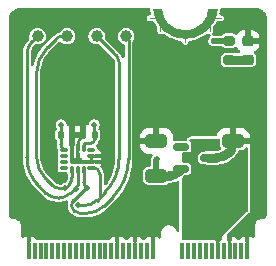
<source format=gbr>
%TF.GenerationSoftware,KiCad,Pcbnew,9.0.0*%
%TF.CreationDate,2025-05-22T16:18:29+04:00*%
%TF.ProjectId,02_01_sensor_IMU,30325f30-315f-4736-956e-736f725f494d,rev?*%
%TF.SameCoordinates,Original*%
%TF.FileFunction,Copper,L1,Top*%
%TF.FilePolarity,Positive*%
%FSLAX46Y46*%
G04 Gerber Fmt 4.6, Leading zero omitted, Abs format (unit mm)*
G04 Created by KiCad (PCBNEW 9.0.0) date 2025-05-22 16:18:29*
%MOMM*%
%LPD*%
G01*
G04 APERTURE LIST*
G04 Aperture macros list*
%AMRoundRect*
0 Rectangle with rounded corners*
0 $1 Rounding radius*
0 $2 $3 $4 $5 $6 $7 $8 $9 X,Y pos of 4 corners*
0 Add a 4 corners polygon primitive as box body*
4,1,4,$2,$3,$4,$5,$6,$7,$8,$9,$2,$3,0*
0 Add four circle primitives for the rounded corners*
1,1,$1+$1,$2,$3*
1,1,$1+$1,$4,$5*
1,1,$1+$1,$6,$7*
1,1,$1+$1,$8,$9*
0 Add four rect primitives between the rounded corners*
20,1,$1+$1,$2,$3,$4,$5,0*
20,1,$1+$1,$4,$5,$6,$7,0*
20,1,$1+$1,$6,$7,$8,$9,0*
20,1,$1+$1,$8,$9,$2,$3,0*%
G04 Aperture macros list end*
%TA.AperFunction,EtchedComponent*%
%ADD10C,0.101600*%
%TD*%
%TA.AperFunction,EtchedComponent*%
%ADD11C,0.000000*%
%TD*%
%TA.AperFunction,SMDPad,CuDef*%
%ADD12R,0.350000X1.450000*%
%TD*%
%TA.AperFunction,ComponentPad*%
%ADD13C,0.454000*%
%TD*%
%TA.AperFunction,SMDPad,CuDef*%
%ADD14C,1.000000*%
%TD*%
%TA.AperFunction,SMDPad,CuDef*%
%ADD15RoundRect,0.250000X0.650000X-0.325000X0.650000X0.325000X-0.650000X0.325000X-0.650000X-0.325000X0*%
%TD*%
%TA.AperFunction,SMDPad,CuDef*%
%ADD16RoundRect,0.200000X-0.275000X0.200000X-0.275000X-0.200000X0.275000X-0.200000X0.275000X0.200000X0*%
%TD*%
%TA.AperFunction,SMDPad,CuDef*%
%ADD17RoundRect,0.140000X0.140000X0.170000X-0.140000X0.170000X-0.140000X-0.170000X0.140000X-0.170000X0*%
%TD*%
%TA.AperFunction,SMDPad,CuDef*%
%ADD18RoundRect,0.140000X-0.140000X-0.170000X0.140000X-0.170000X0.140000X0.170000X-0.140000X0.170000X0*%
%TD*%
%TA.AperFunction,SMDPad,CuDef*%
%ADD19RoundRect,0.218750X-0.256250X0.218750X-0.256250X-0.218750X0.256250X-0.218750X0.256250X0.218750X0*%
%TD*%
%TA.AperFunction,SMDPad,CuDef*%
%ADD20RoundRect,0.087500X0.225000X0.087500X-0.225000X0.087500X-0.225000X-0.087500X0.225000X-0.087500X0*%
%TD*%
%TA.AperFunction,SMDPad,CuDef*%
%ADD21RoundRect,0.087500X0.087500X0.225000X-0.087500X0.225000X-0.087500X-0.225000X0.087500X-0.225000X0*%
%TD*%
%TA.AperFunction,SMDPad,CuDef*%
%ADD22RoundRect,0.150000X0.512500X0.150000X-0.512500X0.150000X-0.512500X-0.150000X0.512500X-0.150000X0*%
%TD*%
%TA.AperFunction,ViaPad*%
%ADD23C,0.500000*%
%TD*%
%TA.AperFunction,ViaPad*%
%ADD24C,0.700000*%
%TD*%
%TA.AperFunction,Conductor*%
%ADD25C,0.250000*%
%TD*%
%TA.AperFunction,Conductor*%
%ADD26C,0.750000*%
%TD*%
%TA.AperFunction,Conductor*%
%ADD27C,0.500000*%
%TD*%
%TA.AperFunction,Conductor*%
%ADD28C,0.350000*%
%TD*%
G04 APERTURE END LIST*
D10*
%TO.C,J1*%
X150401100Y-93275000D02*
X149501100Y-93275000D01*
X150401100Y-93275000D02*
X150401100Y-94375000D01*
X152501100Y-94575000D02*
X152501100Y-95275000D01*
X154601100Y-93275000D02*
X154601100Y-94375000D01*
X154601100Y-93275000D02*
X155501100Y-93275000D01*
D11*
%TA.AperFunction,EtchedComponent*%
G36*
X150589520Y-92813173D02*
G01*
X150672547Y-93091787D01*
X150798137Y-93353983D01*
X150963197Y-93593304D01*
X151163663Y-93803858D01*
X151394599Y-93980460D01*
X151650318Y-94118761D01*
X151924524Y-94215356D01*
X152501100Y-94275000D01*
X152791735Y-94267867D01*
X153077676Y-94215356D01*
X153351882Y-94118761D01*
X153607601Y-93980460D01*
X153838537Y-93803858D01*
X154039003Y-93593304D01*
X154204063Y-93353983D01*
X154329653Y-93091787D01*
X154451100Y-92525000D01*
X155251100Y-92525000D01*
X155188052Y-92888935D01*
X155077551Y-93241374D01*
X154921527Y-93576158D01*
X154722708Y-93887436D01*
X154484567Y-94169770D01*
X154211266Y-94418226D01*
X153907580Y-94628461D01*
X153578818Y-94796803D01*
X153230723Y-94920309D01*
X152869379Y-94996820D01*
X152501100Y-95025000D01*
X152131911Y-94999373D01*
X151769434Y-94924760D01*
X151420137Y-94802494D01*
X151090257Y-94634756D01*
X150785681Y-94424540D01*
X150511846Y-94175599D01*
X150273640Y-93892377D01*
X150075315Y-93579928D01*
X149920411Y-93243831D01*
X149751100Y-92525000D01*
X150551100Y-92525000D01*
X150589520Y-92813173D01*
G37*
%TD.AperFunction*%
%TD*%
D12*
%TO.P,J1,1,GND*%
%TO.N,GND*%
X157751100Y-113000000D03*
%TO.P,J1,3,USB_D+*%
%TO.N,/USB_D+*%
X157251100Y-113000000D03*
%TO.P,J1,5,USB_D-*%
%TO.N,/USB_D-*%
X156751100Y-113000000D03*
%TO.P,J1,7,GND*%
%TO.N,GND*%
X156251100Y-113000000D03*
%TO.P,J1,9,USB_VIN*%
%TO.N,/V_USB*%
X155751100Y-113000000D03*
%TO.P,J1,11,~{BOOT}*%
%TO.N,VIN*%
X155251100Y-113000000D03*
%TO.P,J1,13,RTS1*%
%TO.N,/UART_RTS1*%
X154751100Y-113000000D03*
%TO.P,J1,15,CTS1*%
%TO.N,/UART_CTS1*%
X154251100Y-113000000D03*
%TO.P,J1,17,TX1*%
%TO.N,LSM6DSO32TR_TX*%
X153751100Y-113000000D03*
%TO.P,J1,19,RX1*%
%TO.N,LSM6DSO32TR_RX*%
X153251100Y-113000000D03*
%TO.P,J1,21,SWDCK*%
%TO.N,/SWDCK*%
X152751100Y-113000000D03*
%TO.P,J1,23,SWDIO*%
%TO.N,/SWDIO*%
X152251100Y-113000000D03*
%TO.P,J1,33,GND*%
%TO.N,GND*%
X149751100Y-113000000D03*
%TO.P,J1,35,USBHOST_D+*%
%TO.N,/USBHOST_D+*%
X149251100Y-113000000D03*
%TO.P,J1,37,USBHOST_D-*%
%TO.N,/USBHOST_D-*%
X148751100Y-113000000D03*
%TO.P,J1,39,GND*%
%TO.N,GND*%
X148251100Y-113000000D03*
%TO.P,J1,41,CAN-RX*%
%TO.N,/CAN-RX*%
X147751100Y-113000000D03*
%TO.P,J1,43,CAN-TX*%
%TO.N,/CAN-TX*%
X147251100Y-113000000D03*
%TO.P,J1,45,GND*%
%TO.N,GND*%
X146751100Y-113000000D03*
%TO.P,J1,47,PWM1*%
%TO.N,/PWM1*%
X146251100Y-113000000D03*
%TO.P,J1,49,BATT_VIN/3*%
%TO.N,/BATT_VIN*%
X145751100Y-113000000D03*
%TO.P,J1,51,I2C_SDA1*%
%TO.N,/I2C_SDA1*%
X145251100Y-113000000D03*
%TO.P,J1,53,I2C_SCL1*%
%TO.N,/I2C_SCL1*%
X144751100Y-113000000D03*
%TO.P,J1,55,SPI_~{CS}*%
%TO.N,/~{SPI_CS}*%
X144251100Y-113000000D03*
%TO.P,J1,57,SPI_SCK*%
%TO.N,/SPI_SCK*%
X143751100Y-113000000D03*
%TO.P,J1,59,SPI_SDO*%
%TO.N,/SPI_COPI-LED_DAT*%
X143251100Y-113000000D03*
%TO.P,J1,61,SPI_SDI*%
%TO.N,/SPI_CIPO-LED_CLK*%
X142751100Y-113000000D03*
%TO.P,J1,63,G10/ADC_D+/CAM_VSYNC*%
%TO.N,/G10-CAM_VSYNC*%
X142251100Y-113000000D03*
%TO.P,J1,65,G9/ADC_D-/CAM_HSYNC*%
%TO.N,/G9-CAM_HSYNC*%
X141751100Y-113000000D03*
%TO.P,J1,67,G8*%
%TO.N,/G8*%
X141251100Y-113000000D03*
%TO.P,J1,69,G7/BUS7*%
%TO.N,/G7*%
X140751100Y-113000000D03*
%TO.P,J1,71,G6/BUS6*%
%TO.N,/G6*%
X140251100Y-113000000D03*
%TO.P,J1,73,G5/BUS5*%
%TO.N,/G5*%
X139751100Y-113000000D03*
%TO.P,J1,75,GND*%
%TO.N,GND*%
X139251100Y-113000000D03*
D13*
%TO.P,J1,GND1,GND*%
X150401100Y-93275000D03*
%TO.P,J1,GND2,GND*%
X152501100Y-94575000D03*
%TO.P,J1,GND3,GND*%
X154601100Y-93275000D03*
%TD*%
D14*
%TO.P,SCK,1,1*%
%TO.N,LSM6DSO32TR_SCK*%
X140000000Y-94800000D03*
%TD*%
D15*
%TO.P,C3,1*%
%TO.N,VIN*%
X156562500Y-106625000D03*
%TO.P,C3,2*%
%TO.N,GND*%
X156562500Y-103675000D03*
%TD*%
D16*
%TO.P,R1,1*%
%TO.N,+3V3*%
X156200000Y-95175000D03*
%TO.P,R1,2*%
%TO.N,Net-(D1-A)*%
X156200000Y-96825000D03*
%TD*%
D17*
%TO.P,C2,1*%
%TO.N,+3V3*%
X144843897Y-103150000D03*
%TO.P,C2,2*%
%TO.N,GND*%
X143883897Y-103150000D03*
%TD*%
D18*
%TO.P,C1,1*%
%TO.N,+3V3*%
X141983897Y-103150000D03*
%TO.P,C1,2*%
%TO.N,GND*%
X142943897Y-103150000D03*
%TD*%
D14*
%TO.P,CS,1,1*%
%TO.N,LSM6DSO32TR_CS*%
X142500000Y-94800000D03*
%TD*%
D15*
%TO.P,C4,1*%
%TO.N,+3V3*%
X150062500Y-106625000D03*
%TO.P,C4,2*%
%TO.N,GND*%
X150062500Y-103675000D03*
%TD*%
D14*
%TO.P,MOSI,1,1*%
%TO.N,LSM6DSO32TR_MOSI*%
X147500000Y-94800000D03*
%TD*%
D19*
%TO.P,D1,1,K*%
%TO.N,GND*%
X157800000Y-95212500D03*
%TO.P,D1,2,A*%
%TO.N,Net-(D1-A)*%
X157800000Y-96787500D03*
%TD*%
D20*
%TO.P,U1,1,SDO/SA0*%
%TO.N,LSM6DSO32TR_MISO*%
X144562500Y-105950000D03*
%TO.P,U1,2,SDx*%
%TO.N,GND*%
X144562500Y-105450000D03*
%TO.P,U1,3,SCx*%
X144562500Y-104950000D03*
%TO.P,U1,4,INT1*%
%TO.N,LSM6DSO32TR_INT1*%
X144562500Y-104450000D03*
D21*
%TO.P,U1,5,VDDIO*%
%TO.N,+3V3*%
X143900000Y-104287500D03*
%TO.P,U1,6,GND*%
%TO.N,GND*%
X143400000Y-104287500D03*
%TO.P,U1,7,GND*%
X142900000Y-104287500D03*
D20*
%TO.P,U1,8,VDD*%
%TO.N,+3V3*%
X142237500Y-104450000D03*
%TO.P,U1,9,INT2*%
%TO.N,LSM6DSO32TR_INT2*%
X142237500Y-104950000D03*
%TO.P,U1,10,NC*%
%TO.N,unconnected-(U1-NC-Pad10)*%
X142237500Y-105450000D03*
%TO.P,U1,11,NC*%
%TO.N,unconnected-(U1-NC-Pad11)*%
X142237500Y-105950000D03*
D21*
%TO.P,U1,12,CS*%
%TO.N,LSM6DSO32TR_CS*%
X142900000Y-106112500D03*
%TO.P,U1,13,SCL*%
%TO.N,LSM6DSO32TR_SCK*%
X143400000Y-106112500D03*
%TO.P,U1,14,SDA*%
%TO.N,LSM6DSO32TR_MOSI*%
X143900000Y-106112500D03*
%TD*%
D14*
%TO.P,MISO,1,1*%
%TO.N,LSM6DSO32TR_MISO*%
X145000000Y-94800000D03*
%TD*%
D22*
%TO.P,U2,1,VIN*%
%TO.N,VIN*%
X154437500Y-106050000D03*
%TO.P,U2,2,GND*%
%TO.N,GND*%
X154437500Y-105100000D03*
%TO.P,U2,3,EN*%
%TO.N,VIN*%
X154437500Y-104150000D03*
%TO.P,U2,4,NC*%
%TO.N,unconnected-(U2-NC-Pad4)*%
X152162500Y-104150000D03*
%TO.P,U2,5,VOUT*%
%TO.N,+3V3*%
X152162500Y-106050000D03*
%TD*%
D23*
%TO.N,LSM6DSO32TR_CS*%
X142357310Y-107693413D03*
D24*
%TO.N,GND*%
X149900000Y-99700000D03*
X147800000Y-110400000D03*
X146800000Y-110400000D03*
X151900000Y-101700000D03*
X157000000Y-100700000D03*
X149900000Y-100700000D03*
X149900000Y-101700000D03*
X148800000Y-108400000D03*
X150900000Y-101700000D03*
X147800000Y-109400000D03*
X157000000Y-99700000D03*
X156000000Y-99700000D03*
X148800000Y-110400000D03*
X157000000Y-101700000D03*
X148800000Y-109400000D03*
X156000000Y-100700000D03*
X150900000Y-100700000D03*
X155000000Y-99700000D03*
D23*
%TO.N,+3V3*%
X154900000Y-95200000D03*
X144800000Y-102300000D03*
X150100000Y-105200000D03*
X142000000Y-102300000D03*
%TO.N,LSM6DSO32TR_MISO*%
X143439604Y-109125707D03*
%TO.N,LSM6DSO32TR_SCK*%
X143232672Y-107704877D03*
%TO.N,LSM6DSO32TR_MOSI*%
X144200000Y-107700000D03*
%TD*%
D25*
%TO.N,LSM6DSO32TR_CS*%
X141925361Y-107700000D02*
X142346065Y-107700000D01*
X142357310Y-107693413D02*
X142354016Y-107696706D01*
X139900000Y-104968629D02*
X139900000Y-98043502D01*
X140850000Y-95750000D02*
X141552512Y-95047487D01*
X142900000Y-106766983D02*
X142900000Y-106212446D01*
X140700000Y-106900000D02*
X141199223Y-107399223D01*
X142150000Y-94800000D02*
X142500000Y-94800000D01*
X142357310Y-107693413D02*
X142628655Y-107422068D01*
X141925361Y-107700000D02*
G75*
G02*
X141199245Y-107399201I39J1026900D01*
G01*
X142628655Y-107422068D02*
G75*
G03*
X142899997Y-106766983I-655055J655068D01*
G01*
X140850000Y-95750000D02*
G75*
G03*
X139900001Y-98043502I2293500J-2293500D01*
G01*
X142354016Y-107696706D02*
G75*
G02*
X142346065Y-107699959I-7916J8006D01*
G01*
X142150000Y-94800000D02*
G75*
G03*
X141552507Y-95047482I0J-845000D01*
G01*
X140700000Y-106900000D02*
G75*
G02*
X139899988Y-104968629I1931400J1931400D01*
G01*
D26*
%TO.N,GND*%
X155111459Y-105100000D02*
X154437500Y-105100000D01*
X156137499Y-104674999D02*
X156359206Y-104453293D01*
D25*
X143631083Y-103402813D02*
X143757490Y-103276406D01*
X142900000Y-103224936D02*
X142900000Y-104287500D01*
X144562500Y-104950000D02*
X144562500Y-105450000D01*
D27*
X142974936Y-103150000D02*
X143705130Y-103150000D01*
D26*
X156562500Y-103962500D02*
X156562500Y-103675000D01*
D25*
X143400000Y-103960698D02*
X143400000Y-104287500D01*
X143631083Y-103402813D02*
G75*
G03*
X143400007Y-103960698I557917J-557887D01*
G01*
D27*
X142974936Y-103150000D02*
G75*
G03*
X142921938Y-103171938I-36J-74900D01*
G01*
D25*
X142900000Y-103224936D02*
G75*
G02*
X142921938Y-103171938I74900J36D01*
G01*
D26*
X156137499Y-104674999D02*
G75*
G02*
X155111459Y-105099982I-1025999J1025999D01*
G01*
X156562500Y-103962500D02*
G75*
G02*
X156359209Y-104453296I-694100J0D01*
G01*
D25*
X143757490Y-103276406D02*
G75*
G03*
X143705130Y-103149898I-52390J52406D01*
G01*
D27*
%TO.N,+3V3*%
X150100000Y-105200000D02*
X150081250Y-105218750D01*
X154942677Y-95225000D02*
X156200000Y-95225000D01*
D25*
X144843897Y-103542720D02*
X144843897Y-103150000D01*
X142100698Y-104313198D02*
X142237500Y-104450000D01*
D27*
X154912500Y-95212500D02*
X154900000Y-95200000D01*
D25*
X144800000Y-102300000D02*
X144800000Y-103106103D01*
D26*
X150062500Y-106625000D02*
X151180913Y-106625000D01*
D25*
X144113390Y-103850000D02*
X144536617Y-103850000D01*
X141983897Y-103135857D02*
X141983897Y-102316103D01*
D26*
X151875000Y-106337500D02*
X152162500Y-106050000D01*
D25*
X141963897Y-103184142D02*
X141963897Y-103982930D01*
D27*
X150062500Y-106625000D02*
X150062500Y-105264016D01*
D25*
X143900000Y-104063390D02*
X143900000Y-104287500D01*
X141973897Y-103160000D02*
G75*
G03*
X141983880Y-103135857I-24097J24100D01*
G01*
X144536617Y-103850000D02*
G75*
G03*
X144753892Y-103759995I-17J307300D01*
G01*
D26*
X151875000Y-106337500D02*
G75*
G02*
X151180913Y-106625006I-694100J694100D01*
G01*
D27*
X150062500Y-105264016D02*
G75*
G02*
X150081245Y-105218745I64000J16D01*
G01*
D25*
X144843897Y-103542720D02*
G75*
G02*
X144753890Y-103759993I-307297J20D01*
G01*
X144113390Y-103850000D02*
G75*
G03*
X143962503Y-103912503I10J-213400D01*
G01*
D27*
X154912500Y-95212500D02*
G75*
G03*
X154942677Y-95225009I30200J30200D01*
G01*
D25*
X141973897Y-103160000D02*
G75*
G03*
X141963915Y-103184142I24103J-24100D01*
G01*
X142100698Y-104313198D02*
G75*
G02*
X141963885Y-103982930I330302J330298D01*
G01*
X143900000Y-104063390D02*
G75*
G02*
X143962503Y-103912503I213400J-10D01*
G01*
%TO.N,LSM6DSO32TR_MISO*%
X146600000Y-96400000D02*
X146500000Y-96300000D01*
X146450000Y-96250000D02*
X146500000Y-96300000D01*
X146450000Y-96250000D02*
X146400000Y-96200000D01*
X144013897Y-109125707D02*
X143439604Y-109125707D01*
X145113929Y-106100032D02*
X145070719Y-106056822D01*
X144812981Y-105950064D02*
X144662002Y-105950064D01*
X145263897Y-106462086D02*
X145263897Y-108450000D01*
X146700000Y-96500000D02*
X146600000Y-96400000D01*
X146500000Y-96300000D02*
X146600000Y-96400000D01*
X146900000Y-105179200D02*
X146900000Y-96982842D01*
X146450000Y-96250000D02*
X145000000Y-94800000D01*
X146450000Y-96250000D02*
X146500000Y-96300000D01*
X144994276Y-108719620D02*
X145744094Y-107969801D01*
X146700000Y-96500000D02*
G75*
G02*
X146899982Y-96982842I-482800J-482800D01*
G01*
X145113929Y-106100032D02*
G75*
G02*
X145263914Y-106462086I-362029J-362068D01*
G01*
X144994276Y-108719620D02*
G75*
G02*
X144013897Y-109125692I-980376J980420D01*
G01*
X146450000Y-96250000D02*
X146450000Y-96250000D01*
X146900000Y-105179200D02*
G75*
G02*
X145744093Y-107969800I-3946500J0D01*
G01*
X144812981Y-105950064D02*
G75*
G02*
X145070736Y-106056805I19J-364536D01*
G01*
X146500000Y-96300000D02*
X146500000Y-96300000D01*
%TO.N,LSM6DSO32TR_SCK*%
X143316399Y-107621149D02*
X143232672Y-107704877D01*
X141801660Y-108500000D02*
X141731948Y-108500000D01*
X143400127Y-107419013D02*
X143400127Y-106212446D01*
X140100000Y-107500000D02*
X140653144Y-108053144D01*
X139550000Y-95250000D02*
X140000000Y-94800000D01*
X142761458Y-108102438D02*
X143159020Y-107704877D01*
X139100000Y-96336396D02*
X139100000Y-105085786D01*
X143400127Y-107419013D02*
G75*
G02*
X143316385Y-107621135I-285827J13D01*
G01*
X139550000Y-95250000D02*
G75*
G03*
X139099998Y-96336396I1086400J-1086400D01*
G01*
X141801660Y-108500000D02*
G75*
G03*
X142761487Y-108102467I40J1357400D01*
G01*
X140100000Y-107500000D02*
G75*
G02*
X139100006Y-105085786I2414200J2414200D01*
G01*
X140653144Y-108053144D02*
G75*
G03*
X141731948Y-108500024I1078856J1078844D01*
G01*
%TO.N,LSM6DSO32TR_MOSI*%
X147700000Y-95141421D02*
X147700000Y-105190811D01*
X144050000Y-107550000D02*
X144200000Y-107700000D01*
X144200000Y-107700000D02*
X144125361Y-107700000D01*
X143081948Y-109581948D02*
X143032567Y-109532567D01*
X143608371Y-109800000D02*
X144150000Y-109800000D01*
X147600000Y-94900000D02*
X147500000Y-94800000D01*
X143900000Y-107187867D02*
X143900000Y-106212446D01*
X145601040Y-109198959D02*
X146349999Y-108449999D01*
X143997945Y-107752777D02*
X143032567Y-108718155D01*
X146349999Y-108449999D02*
G75*
G03*
X147700003Y-105190811I-3259199J3259199D01*
G01*
X143997945Y-107752777D02*
G75*
G02*
X144125361Y-107699974I127455J-127423D01*
G01*
X144050000Y-107550000D02*
G75*
G02*
X143900013Y-107187867I362100J362100D01*
G01*
X147600000Y-94900000D02*
G75*
G02*
X147699991Y-95141421I-241400J-241400D01*
G01*
X145601040Y-109198959D02*
G75*
G02*
X144150000Y-109799994I-1451040J1451059D01*
G01*
X142863897Y-109125361D02*
G75*
G03*
X143032542Y-109532592I575903J-39D01*
G01*
X142863897Y-109125361D02*
G75*
G02*
X143032581Y-108718169I575903J-39D01*
G01*
X143608371Y-109800000D02*
G75*
G02*
X143081957Y-109581939I29J744500D01*
G01*
D26*
%TO.N,Net-(D1-A)*%
X157800000Y-96793750D02*
X157806250Y-96787500D01*
X157784911Y-96800000D02*
X156206250Y-96800000D01*
X157784911Y-96800000D02*
G75*
G03*
X157799986Y-96793736I-11J21300D01*
G01*
D28*
%TO.N,VIN*%
X153347487Y-104552512D02*
X153506932Y-104393067D01*
X154038908Y-106050000D02*
X154437500Y-106050000D01*
X153375000Y-105775000D02*
X153347487Y-105747487D01*
X154093750Y-104150000D02*
X154437500Y-104150000D01*
X153100000Y-105150000D02*
G75*
G03*
X153347482Y-105747492I845000J0D01*
G01*
X153375000Y-105775000D02*
G75*
G03*
X154038908Y-106049996I663900J663900D01*
G01*
X153347487Y-104552512D02*
G75*
G03*
X153100007Y-105150000I597513J-597488D01*
G01*
X154093750Y-104150000D02*
G75*
G03*
X153506905Y-104393040I-50J-829900D01*
G01*
%TD*%
%TA.AperFunction,Conductor*%
%TO.N,VIN*%
G36*
X155405039Y-103519685D02*
G01*
X155450794Y-103572489D01*
X155462000Y-103624000D01*
X155462000Y-104054269D01*
X155464853Y-104084699D01*
X155464853Y-104084701D01*
X155509706Y-104212880D01*
X155509707Y-104212882D01*
X155513559Y-104218101D01*
X155537598Y-104250673D01*
X155545790Y-104273104D01*
X155557976Y-104293642D01*
X155557558Y-104305324D01*
X155561568Y-104316302D01*
X155556333Y-104339598D01*
X155555481Y-104363467D01*
X155548813Y-104373068D01*
X155546252Y-104384472D01*
X155529251Y-104401242D01*
X155515631Y-104420859D01*
X155499913Y-104430184D01*
X155496512Y-104433540D01*
X155485278Y-104438868D01*
X155391037Y-104477902D01*
X155372531Y-104483914D01*
X155257928Y-104511426D01*
X155238709Y-104514470D01*
X155116091Y-104524117D01*
X155106363Y-104524499D01*
X155048680Y-104524498D01*
X155041597Y-104524498D01*
X155041596Y-104524498D01*
X155034012Y-104524498D01*
X155033980Y-104524500D01*
X154361734Y-104524500D01*
X154215365Y-104563719D01*
X154215364Y-104563719D01*
X154215362Y-104563720D01*
X154215359Y-104563721D01*
X154182166Y-104582886D01*
X154120165Y-104599500D01*
X153891739Y-104599500D01*
X153823608Y-104609426D01*
X153718514Y-104660803D01*
X153635803Y-104743514D01*
X153584426Y-104848608D01*
X153574500Y-104916739D01*
X153574500Y-105283260D01*
X153584426Y-105351391D01*
X153635803Y-105456485D01*
X153718514Y-105539196D01*
X153718515Y-105539196D01*
X153718517Y-105539198D01*
X153823607Y-105590573D01*
X153857673Y-105595536D01*
X153891739Y-105600500D01*
X153891740Y-105600500D01*
X154120165Y-105600500D01*
X154182166Y-105617114D01*
X154215359Y-105636278D01*
X154215360Y-105636278D01*
X154215365Y-105636281D01*
X154361734Y-105675500D01*
X154361736Y-105675500D01*
X155195748Y-105675500D01*
X155195992Y-105675482D01*
X155225252Y-105675484D01*
X155451439Y-105650004D01*
X155673350Y-105599359D01*
X155888196Y-105524185D01*
X156093274Y-105425428D01*
X156286004Y-105304330D01*
X156463963Y-105162413D01*
X156484786Y-105141588D01*
X156490860Y-105135514D01*
X156490863Y-105135514D01*
X156525276Y-105101099D01*
X156544438Y-105081938D01*
X156544439Y-105081939D01*
X156593851Y-105032528D01*
X156593851Y-105032526D01*
X156604057Y-105022321D01*
X156604063Y-105022314D01*
X156716736Y-104909642D01*
X156716741Y-104909640D01*
X156733428Y-104892951D01*
X156733443Y-104892943D01*
X156766154Y-104860230D01*
X156766155Y-104860231D01*
X156836807Y-104789577D01*
X156954266Y-104627905D01*
X157010160Y-104518204D01*
X157058134Y-104467409D01*
X157120645Y-104450500D01*
X157266770Y-104450500D01*
X157297199Y-104447646D01*
X157297201Y-104447646D01*
X157373752Y-104420859D01*
X157425382Y-104402793D01*
X157534650Y-104322150D01*
X157576230Y-104265811D01*
X157631877Y-104223560D01*
X157701533Y-104218101D01*
X157763083Y-104251168D01*
X157796984Y-104312262D01*
X157800000Y-104339444D01*
X157800000Y-109578755D01*
X157780315Y-109645794D01*
X157761619Y-109668451D01*
X155600000Y-111731815D01*
X155600000Y-111964053D01*
X155580315Y-112031092D01*
X155527511Y-112076847D01*
X155500194Y-112085670D01*
X155497869Y-112086132D01*
X155431547Y-112130447D01*
X155387232Y-112196769D01*
X155387231Y-112196770D01*
X155375600Y-112255247D01*
X155375600Y-112976000D01*
X155373049Y-112984685D01*
X155374338Y-112993647D01*
X155363359Y-113017687D01*
X155355915Y-113043039D01*
X155349074Y-113048966D01*
X155345313Y-113057203D01*
X155323078Y-113071492D01*
X155303111Y-113088794D01*
X155292596Y-113091081D01*
X155286535Y-113094977D01*
X155251600Y-113100000D01*
X155250600Y-113100000D01*
X155183561Y-113080315D01*
X155137806Y-113027511D01*
X155126600Y-112976000D01*
X155126600Y-112255249D01*
X155126599Y-112255247D01*
X155114968Y-112196770D01*
X155114967Y-112196769D01*
X155070652Y-112130447D01*
X155004330Y-112086132D01*
X155004329Y-112086131D01*
X154945852Y-112074500D01*
X154945848Y-112074500D01*
X154556352Y-112074500D01*
X154556351Y-112074500D01*
X154525288Y-112080678D01*
X154476912Y-112080678D01*
X154445849Y-112074500D01*
X154445848Y-112074500D01*
X154056352Y-112074500D01*
X154056351Y-112074500D01*
X154025288Y-112080678D01*
X153976912Y-112080678D01*
X153945849Y-112074500D01*
X153945848Y-112074500D01*
X153556352Y-112074500D01*
X153556351Y-112074500D01*
X153525288Y-112080678D01*
X153476912Y-112080678D01*
X153445849Y-112074500D01*
X153445848Y-112074500D01*
X153056352Y-112074500D01*
X153056351Y-112074500D01*
X153025288Y-112080678D01*
X152976912Y-112080678D01*
X152945849Y-112074500D01*
X152945848Y-112074500D01*
X152556352Y-112074500D01*
X152556351Y-112074500D01*
X152525288Y-112080678D01*
X152495114Y-112082915D01*
X152485920Y-112082470D01*
X152445848Y-112074500D01*
X152321014Y-112074500D01*
X152318014Y-112074355D01*
X152287726Y-112063848D01*
X152256961Y-112054815D01*
X152254931Y-112052472D01*
X152252003Y-112051457D01*
X152232195Y-112026234D01*
X152211206Y-112002011D01*
X152210452Y-111998546D01*
X152208850Y-111996506D01*
X152207955Y-111987069D01*
X152200000Y-111950500D01*
X152200000Y-106877742D01*
X152219685Y-106810703D01*
X152236319Y-106790061D01*
X152281939Y-106744441D01*
X152281940Y-106744440D01*
X152331352Y-106695029D01*
X152331352Y-106695027D01*
X152341559Y-106684821D01*
X152341565Y-106684814D01*
X152439563Y-106586818D01*
X152500886Y-106553334D01*
X152527243Y-106550500D01*
X152708261Y-106550500D01*
X152730971Y-106547191D01*
X152776393Y-106540573D01*
X152881483Y-106489198D01*
X152964198Y-106406483D01*
X153015573Y-106301393D01*
X153025500Y-106233260D01*
X153025500Y-105866740D01*
X153015573Y-105798607D01*
X152964198Y-105693517D01*
X152964196Y-105693515D01*
X152964196Y-105693514D01*
X152881485Y-105610803D01*
X152776391Y-105559426D01*
X152708261Y-105549500D01*
X152708260Y-105549500D01*
X152479834Y-105549500D01*
X152437633Y-105542098D01*
X152427326Y-105538367D01*
X152384634Y-105513719D01*
X152286784Y-105487500D01*
X152281799Y-105485696D01*
X152257734Y-105468044D01*
X152232246Y-105452508D01*
X152229861Y-105447598D01*
X152225461Y-105444371D01*
X152214759Y-105416510D01*
X152201717Y-105389661D01*
X152200958Y-105380581D01*
X152200408Y-105379147D01*
X152200715Y-105377664D01*
X152200000Y-105369098D01*
X152200000Y-104774500D01*
X152219685Y-104707461D01*
X152272489Y-104661706D01*
X152324000Y-104650500D01*
X152708261Y-104650500D01*
X152730971Y-104647191D01*
X152776393Y-104640573D01*
X152881483Y-104589198D01*
X152964198Y-104506483D01*
X153015573Y-104401393D01*
X153025500Y-104333260D01*
X153025500Y-103966740D01*
X153015573Y-103898607D01*
X152964198Y-103793517D01*
X152964196Y-103793515D01*
X152964196Y-103793514D01*
X152882363Y-103711681D01*
X152848878Y-103650358D01*
X152853862Y-103580666D01*
X152895734Y-103524733D01*
X152961198Y-103500316D01*
X152970044Y-103500000D01*
X155338000Y-103500000D01*
X155405039Y-103519685D01*
G37*
%TD.AperFunction*%
%TD*%
%TA.AperFunction,Conductor*%
%TO.N,GND*%
G36*
X149493888Y-92435802D02*
G01*
X149539643Y-92488606D01*
X149550846Y-92539258D01*
X149551073Y-92572114D01*
X149621536Y-92871271D01*
X149617746Y-92941038D01*
X149576838Y-92997680D01*
X149511801Y-93023214D01*
X149500839Y-93023700D01*
X149451111Y-93023700D01*
X149358749Y-93061958D01*
X149288058Y-93132649D01*
X149249800Y-93225011D01*
X149249800Y-93324988D01*
X149257750Y-93344181D01*
X149288058Y-93417350D01*
X149358750Y-93488042D01*
X149451113Y-93526300D01*
X149635438Y-93526300D01*
X149697636Y-93543028D01*
X149848942Y-93630758D01*
X149859394Y-93641761D01*
X149872847Y-93648798D01*
X149895638Y-93678716D01*
X149901808Y-93690045D01*
X149901815Y-93690056D01*
X150100140Y-94002505D01*
X150114799Y-94022507D01*
X150116374Y-94024655D01*
X150116377Y-94024660D01*
X150120693Y-94029790D01*
X150148783Y-94093764D01*
X150149800Y-94109610D01*
X150149800Y-94424988D01*
X150167692Y-94468182D01*
X150188058Y-94517350D01*
X150258750Y-94588042D01*
X150351113Y-94626300D01*
X150351115Y-94626300D01*
X150451085Y-94626300D01*
X150451087Y-94626300D01*
X150543450Y-94588042D01*
X150543452Y-94588039D01*
X150554436Y-94583490D01*
X150623906Y-94576021D01*
X150672325Y-94595997D01*
X150973526Y-94803884D01*
X150984141Y-94810207D01*
X150997091Y-94817922D01*
X150997100Y-94817927D01*
X150997114Y-94817935D01*
X151204498Y-94923386D01*
X151315282Y-94979718D01*
X151326994Y-94985673D01*
X151327004Y-94985677D01*
X151327016Y-94985683D01*
X151352243Y-94996455D01*
X151529895Y-95058639D01*
X151701541Y-95118721D01*
X151728002Y-95126040D01*
X152090479Y-95200653D01*
X152100226Y-95201988D01*
X152106519Y-95202851D01*
X152137137Y-95211141D01*
X152174001Y-95226410D01*
X152228405Y-95270251D01*
X152248167Y-95316780D01*
X152249799Y-95324984D01*
X152249800Y-95324986D01*
X152249800Y-95324987D01*
X152288058Y-95417350D01*
X152358750Y-95488042D01*
X152451113Y-95526300D01*
X152451115Y-95526300D01*
X152551085Y-95526300D01*
X152551087Y-95526300D01*
X152643450Y-95488042D01*
X152714142Y-95417350D01*
X152752400Y-95324987D01*
X152752400Y-95324979D01*
X152754030Y-95316786D01*
X152757710Y-95309748D01*
X152757994Y-95301812D01*
X152773671Y-95279231D01*
X152786412Y-95254873D01*
X152794328Y-95249480D01*
X152797842Y-95244420D01*
X152828196Y-95226410D01*
X152874850Y-95207085D01*
X152904696Y-95198903D01*
X152911948Y-95197863D01*
X153146763Y-95148143D01*
X153273279Y-95121355D01*
X153273289Y-95121353D01*
X153299422Y-95113985D01*
X153299427Y-95113983D01*
X153299439Y-95113980D01*
X153647534Y-94990474D01*
X153672479Y-94979718D01*
X154001241Y-94811376D01*
X154024549Y-94797424D01*
X154322366Y-94591251D01*
X154388689Y-94569278D01*
X154438303Y-94577798D01*
X154455112Y-94584404D01*
X154458750Y-94588042D01*
X154551113Y-94626300D01*
X154561710Y-94626300D01*
X154582869Y-94634616D01*
X154602073Y-94649523D01*
X154623610Y-94660788D01*
X154629175Y-94670561D01*
X154638062Y-94677459D01*
X154646158Y-94700381D01*
X154658186Y-94721502D01*
X154657584Y-94732732D01*
X154661331Y-94743340D01*
X154655748Y-94767000D01*
X154654449Y-94791272D01*
X154647374Y-94802500D01*
X154645288Y-94811343D01*
X154636386Y-94819938D01*
X154625193Y-94837704D01*
X154539510Y-94923387D01*
X154539509Y-94923389D01*
X154480200Y-95026114D01*
X154475030Y-95045411D01*
X154475030Y-95045412D01*
X154475030Y-95045413D01*
X154449500Y-95140691D01*
X154449500Y-95259309D01*
X154472224Y-95344114D01*
X154472223Y-95344114D01*
X154472224Y-95344116D01*
X154480200Y-95373885D01*
X154480199Y-95373885D01*
X154519997Y-95442815D01*
X154539511Y-95476614D01*
X154539514Y-95476617D01*
X154635882Y-95572987D01*
X154635884Y-95572988D01*
X154635886Y-95572990D01*
X154663710Y-95589054D01*
X154708994Y-95619321D01*
X154734313Y-95629816D01*
X154738613Y-95632299D01*
X154738614Y-95632299D01*
X154738619Y-95632302D01*
X154741576Y-95633526D01*
X154750907Y-95636695D01*
X154753283Y-95637679D01*
X154757046Y-95639239D01*
X154765829Y-95643572D01*
X154771816Y-95646052D01*
X154781027Y-95649181D01*
X154791644Y-95653581D01*
X154798679Y-95656498D01*
X154848517Y-95666431D01*
X154856340Y-95668257D01*
X154883368Y-95675500D01*
X154883370Y-95675500D01*
X154942434Y-95675500D01*
X155001744Y-95675532D01*
X155001864Y-95675500D01*
X155608448Y-95675500D01*
X155675487Y-95695185D01*
X155681329Y-95699179D01*
X155686653Y-95703046D01*
X155686655Y-95703047D01*
X155686658Y-95703050D01*
X155799694Y-95760645D01*
X155799698Y-95760647D01*
X155893475Y-95775499D01*
X155893481Y-95775500D01*
X156506518Y-95775499D01*
X156600304Y-95760646D01*
X156713342Y-95703050D01*
X156713343Y-95703048D01*
X156722037Y-95698619D01*
X156722953Y-95700417D01*
X156776984Y-95681136D01*
X156845039Y-95696956D01*
X156889611Y-95739836D01*
X156976114Y-95880080D01*
X157094922Y-95998888D01*
X157100417Y-96003233D01*
X157140795Y-96060254D01*
X157143935Y-96130053D01*
X157108840Y-96190469D01*
X157046653Y-96222321D01*
X157023508Y-96224500D01*
X155893482Y-96224500D01*
X155812519Y-96237323D01*
X155799696Y-96239354D01*
X155686658Y-96296950D01*
X155686657Y-96296951D01*
X155686652Y-96296954D01*
X155596954Y-96386652D01*
X155596951Y-96386657D01*
X155596950Y-96386658D01*
X155581257Y-96417457D01*
X155539352Y-96499698D01*
X155524500Y-96593475D01*
X155524500Y-97056517D01*
X155535292Y-97124657D01*
X155539354Y-97150304D01*
X155596950Y-97263342D01*
X155596952Y-97263344D01*
X155596954Y-97263347D01*
X155686652Y-97353045D01*
X155686654Y-97353046D01*
X155686658Y-97353050D01*
X155798332Y-97409951D01*
X155799698Y-97410647D01*
X155893475Y-97425499D01*
X155893481Y-97425500D01*
X156506518Y-97425499D01*
X156600304Y-97410646D01*
X156642757Y-97389014D01*
X156699052Y-97375500D01*
X157315196Y-97375500D01*
X157371490Y-97389015D01*
X157412582Y-97409952D01*
X157510749Y-97425500D01*
X157510754Y-97425500D01*
X158089251Y-97425500D01*
X158187417Y-97409952D01*
X158187418Y-97409951D01*
X158187420Y-97409951D01*
X158305751Y-97349658D01*
X158399658Y-97255751D01*
X158459951Y-97137420D01*
X158459951Y-97137418D01*
X158459952Y-97137417D01*
X158475500Y-97039251D01*
X158475500Y-96535748D01*
X158459952Y-96437582D01*
X158452189Y-96422346D01*
X158399658Y-96319249D01*
X158399654Y-96319245D01*
X158399653Y-96319243D01*
X158352622Y-96272212D01*
X158319137Y-96210889D01*
X158324121Y-96141197D01*
X158365993Y-96085264D01*
X158375207Y-96078992D01*
X158505078Y-95998887D01*
X158623885Y-95880080D01*
X158712091Y-95737077D01*
X158712093Y-95737072D01*
X158764942Y-95577583D01*
X158774999Y-95479150D01*
X158775000Y-95479137D01*
X158775000Y-95462500D01*
X157924000Y-95462500D01*
X157856961Y-95442815D01*
X157811206Y-95390011D01*
X157800000Y-95338500D01*
X157800000Y-95212500D01*
X157674000Y-95212500D01*
X157606961Y-95192815D01*
X157561206Y-95140011D01*
X157550000Y-95088500D01*
X157550000Y-94962500D01*
X158050000Y-94962500D01*
X158774999Y-94962500D01*
X158774999Y-94945864D01*
X158774998Y-94945847D01*
X158764943Y-94847416D01*
X158712093Y-94687927D01*
X158712091Y-94687922D01*
X158623885Y-94544919D01*
X158505080Y-94426114D01*
X158362077Y-94337908D01*
X158362072Y-94337906D01*
X158202583Y-94285057D01*
X158104150Y-94275000D01*
X158050000Y-94275000D01*
X158050000Y-94962500D01*
X157550000Y-94962500D01*
X157550000Y-94275000D01*
X157549999Y-94274999D01*
X157495864Y-94275000D01*
X157495847Y-94275001D01*
X157397415Y-94285057D01*
X157237927Y-94337906D01*
X157237922Y-94337908D01*
X157094919Y-94426114D01*
X156976113Y-94544920D01*
X156976110Y-94544924D01*
X156919271Y-94637075D01*
X156867323Y-94683800D01*
X156798361Y-94695021D01*
X156734279Y-94667178D01*
X156726052Y-94659659D01*
X156713347Y-94646954D01*
X156713344Y-94646952D01*
X156713342Y-94646950D01*
X156636517Y-94607805D01*
X156600301Y-94589352D01*
X156506524Y-94574500D01*
X155893482Y-94574500D01*
X155813366Y-94587189D01*
X155799696Y-94589354D01*
X155686658Y-94646950D01*
X155686657Y-94646951D01*
X155686652Y-94646954D01*
X155595426Y-94738181D01*
X155534103Y-94771666D01*
X155507745Y-94774500D01*
X155068936Y-94774500D01*
X155052555Y-94773413D01*
X155044593Y-94772351D01*
X154959309Y-94749500D01*
X154873129Y-94749500D01*
X154864973Y-94748413D01*
X154840258Y-94737432D01*
X154814315Y-94729815D01*
X154808808Y-94723460D01*
X154801121Y-94720045D01*
X154786264Y-94697442D01*
X154768560Y-94677011D01*
X154767363Y-94668687D01*
X154762743Y-94661659D01*
X154762464Y-94634616D01*
X154758616Y-94607853D01*
X154762109Y-94600202D01*
X154762023Y-94591793D01*
X154776407Y-94568895D01*
X154787641Y-94544297D01*
X154793673Y-94537819D01*
X154798967Y-94532525D01*
X154814142Y-94517350D01*
X154852400Y-94424987D01*
X154852400Y-94097676D01*
X154872085Y-94030637D01*
X154879023Y-94020905D01*
X154879762Y-94019965D01*
X154879791Y-94019932D01*
X154895895Y-93998054D01*
X155094714Y-93686776D01*
X155099973Y-93677200D01*
X155149092Y-93628140D01*
X155307194Y-93541545D01*
X155335162Y-93535423D01*
X155362335Y-93526379D01*
X155366761Y-93526300D01*
X155551085Y-93526300D01*
X155551087Y-93526300D01*
X155643450Y-93488042D01*
X155714142Y-93417350D01*
X155752400Y-93324987D01*
X155752400Y-93225013D01*
X155714142Y-93132650D01*
X155643450Y-93061958D01*
X155626493Y-93054934D01*
X155551088Y-93023700D01*
X155551087Y-93023700D01*
X155520595Y-93023700D01*
X155453556Y-93004015D01*
X155407801Y-92951211D01*
X155397857Y-92882053D01*
X155398415Y-92878533D01*
X155419892Y-92754561D01*
X155453584Y-92560078D01*
X155453143Y-92543392D01*
X155471050Y-92475856D01*
X155522628Y-92428722D01*
X155577100Y-92416117D01*
X158493234Y-92416117D01*
X158506716Y-92416852D01*
X158537216Y-92420187D01*
X158653104Y-92432863D01*
X158673654Y-92436890D01*
X158811775Y-92476317D01*
X158831349Y-92483743D01*
X158947107Y-92539258D01*
X158960865Y-92545856D01*
X158978917Y-92556475D01*
X159067068Y-92618914D01*
X159096114Y-92639488D01*
X159096133Y-92639501D01*
X159112142Y-92653009D01*
X159213701Y-92754570D01*
X159227208Y-92770578D01*
X159310233Y-92887796D01*
X159320852Y-92905850D01*
X159382957Y-93035356D01*
X159390387Y-93054939D01*
X159429813Y-93193063D01*
X159433840Y-93213617D01*
X159449865Y-93360146D01*
X159450600Y-93373627D01*
X159450600Y-109755872D01*
X159449451Y-109772714D01*
X159435814Y-109872185D01*
X159429333Y-109898169D01*
X159396341Y-109987818D01*
X159384432Y-110011804D01*
X159379611Y-110019341D01*
X159332964Y-110092274D01*
X159316183Y-110113144D01*
X159248633Y-110180692D01*
X159227763Y-110197471D01*
X159147286Y-110248941D01*
X159123298Y-110260850D01*
X159033656Y-110293836D01*
X159007671Y-110300317D01*
X158906155Y-110314230D01*
X158892791Y-110315329D01*
X158872130Y-110315907D01*
X158864324Y-110317542D01*
X158838078Y-110319407D01*
X158838072Y-110319408D01*
X158723484Y-110352555D01*
X158618415Y-110409056D01*
X158618407Y-110409062D01*
X158527573Y-110486380D01*
X158455019Y-110581074D01*
X158455018Y-110581076D01*
X158403992Y-110688904D01*
X158388678Y-110754259D01*
X158376775Y-110805053D01*
X158376007Y-110844291D01*
X158375600Y-110844699D01*
X158375600Y-110865177D01*
X158375590Y-110865687D01*
X158375579Y-110866282D01*
X158375579Y-110866318D01*
X158375020Y-110896650D01*
X158375600Y-110900539D01*
X158375600Y-111739192D01*
X158355915Y-111806231D01*
X158303111Y-111851986D01*
X158233953Y-111861930D01*
X158177290Y-111838460D01*
X158168188Y-111831646D01*
X158168186Y-111831645D01*
X158033479Y-111781403D01*
X158033472Y-111781401D01*
X157973944Y-111775000D01*
X157926100Y-111775000D01*
X157926100Y-112876000D01*
X157923549Y-112884685D01*
X157924838Y-112893647D01*
X157913859Y-112917687D01*
X157906415Y-112943039D01*
X157899574Y-112948966D01*
X157895813Y-112957203D01*
X157873578Y-112971492D01*
X157853611Y-112988794D01*
X157843096Y-112991081D01*
X157837035Y-112994977D01*
X157802100Y-113000000D01*
X157750600Y-113000000D01*
X157683561Y-112980315D01*
X157637806Y-112927511D01*
X157626600Y-112876000D01*
X157626600Y-112255249D01*
X157626599Y-112255247D01*
X157614968Y-112196773D01*
X157614967Y-112196772D01*
X157614967Y-112196769D01*
X157596997Y-112169876D01*
X157576120Y-112103199D01*
X157576100Y-112100986D01*
X157576100Y-111775000D01*
X157528255Y-111775000D01*
X157468727Y-111781401D01*
X157468720Y-111781403D01*
X157334013Y-111831645D01*
X157334006Y-111831649D01*
X157218912Y-111917809D01*
X157137956Y-112025951D01*
X157115880Y-112042475D01*
X157096007Y-112061597D01*
X157086583Y-112064406D01*
X157082022Y-112067821D01*
X157062706Y-112073291D01*
X157056582Y-112074500D01*
X157056352Y-112074500D01*
X157025824Y-112080572D01*
X157025116Y-112080712D01*
X157024742Y-112080678D01*
X156976912Y-112080678D01*
X156939876Y-112073312D01*
X156940408Y-112070636D01*
X156886509Y-112048835D01*
X156864243Y-112025950D01*
X156783290Y-111917812D01*
X156783287Y-111917809D01*
X156668193Y-111831649D01*
X156668186Y-111831645D01*
X156533479Y-111781403D01*
X156533472Y-111781401D01*
X156473944Y-111775000D01*
X156426100Y-111775000D01*
X156426100Y-112100986D01*
X156423549Y-112109671D01*
X156424838Y-112118633D01*
X156408065Y-112162404D01*
X156406415Y-112168025D01*
X156405661Y-112168677D01*
X156405202Y-112169877D01*
X156387233Y-112196769D01*
X156387231Y-112196773D01*
X156375600Y-112255247D01*
X156375600Y-112876000D01*
X156373049Y-112884685D01*
X156374338Y-112893647D01*
X156363359Y-112917687D01*
X156355915Y-112943039D01*
X156349074Y-112948966D01*
X156345313Y-112957203D01*
X156323078Y-112971492D01*
X156303111Y-112988794D01*
X156292596Y-112991081D01*
X156286535Y-112994977D01*
X156251600Y-113000000D01*
X156250600Y-113000000D01*
X156183561Y-112980315D01*
X156137806Y-112927511D01*
X156126600Y-112876000D01*
X156126600Y-112255249D01*
X156126599Y-112255247D01*
X156114968Y-112196773D01*
X156114967Y-112196772D01*
X156114967Y-112196769D01*
X156096997Y-112169876D01*
X156093960Y-112160176D01*
X156087306Y-112152497D01*
X156083697Y-112127397D01*
X156076120Y-112103199D01*
X156076100Y-112100986D01*
X156076100Y-111775000D01*
X156056585Y-111755485D01*
X156023100Y-111694162D01*
X156028084Y-111624470D01*
X156058645Y-111578109D01*
X157903512Y-109817101D01*
X157920123Y-109799244D01*
X157938819Y-109776587D01*
X157977490Y-109703692D01*
X157997175Y-109636653D01*
X158005500Y-109578755D01*
X158005500Y-104339444D01*
X158004247Y-104316782D01*
X158001231Y-104289600D01*
X158000561Y-104287499D01*
X157987015Y-104245000D01*
X157976673Y-104212553D01*
X157969565Y-104199744D01*
X157954250Y-104131576D01*
X157954633Y-104126975D01*
X157962499Y-104049983D01*
X157962500Y-104049973D01*
X157962500Y-103925000D01*
X156686500Y-103925000D01*
X156619461Y-103905315D01*
X156573706Y-103852511D01*
X156562500Y-103801000D01*
X156562500Y-103675000D01*
X156436500Y-103675000D01*
X156369461Y-103655315D01*
X156323706Y-103602511D01*
X156312500Y-103551000D01*
X156312500Y-103425000D01*
X156812500Y-103425000D01*
X157962499Y-103425000D01*
X157962499Y-103300028D01*
X157962498Y-103300013D01*
X157952005Y-103197302D01*
X157896858Y-103030880D01*
X157896856Y-103030875D01*
X157804815Y-102881654D01*
X157680845Y-102757684D01*
X157531624Y-102665643D01*
X157531619Y-102665641D01*
X157365197Y-102610494D01*
X157365190Y-102610493D01*
X157262486Y-102600000D01*
X156812500Y-102600000D01*
X156812500Y-103425000D01*
X156312500Y-103425000D01*
X156312500Y-102600000D01*
X155862528Y-102600000D01*
X155862512Y-102600001D01*
X155759802Y-102610494D01*
X155593380Y-102665641D01*
X155593375Y-102665643D01*
X155444154Y-102757684D01*
X155320184Y-102881654D01*
X155228143Y-103030875D01*
X155228141Y-103030880D01*
X155170865Y-103203730D01*
X155169483Y-103203272D01*
X155139895Y-103257890D01*
X155078683Y-103291578D01*
X155051923Y-103294500D01*
X152970040Y-103294500D01*
X152966376Y-103294565D01*
X152962708Y-103294631D01*
X152953862Y-103294947D01*
X152953857Y-103294947D01*
X152889385Y-103307772D01*
X152823923Y-103332188D01*
X152800951Y-103342395D01*
X152800948Y-103342397D01*
X152731228Y-103401575D01*
X152731222Y-103401581D01*
X152689361Y-103457499D01*
X152689357Y-103457505D01*
X152675544Y-103478524D01*
X152650214Y-103561647D01*
X152611842Y-103620036D01*
X152547993Y-103648411D01*
X152531599Y-103649500D01*
X151616740Y-103649500D01*
X151604374Y-103651301D01*
X151535199Y-103641488D01*
X151482309Y-103595831D01*
X151462499Y-103528829D01*
X151462499Y-103300028D01*
X151462498Y-103300013D01*
X151452005Y-103197302D01*
X151396858Y-103030880D01*
X151396856Y-103030875D01*
X151304815Y-102881654D01*
X151180845Y-102757684D01*
X151031624Y-102665643D01*
X151031619Y-102665641D01*
X150865197Y-102610494D01*
X150865190Y-102610493D01*
X150762486Y-102600000D01*
X150312500Y-102600000D01*
X150312500Y-103551000D01*
X150292815Y-103618039D01*
X150240011Y-103663794D01*
X150188500Y-103675000D01*
X150062500Y-103675000D01*
X150062500Y-103801000D01*
X150042815Y-103868039D01*
X149990011Y-103913794D01*
X149938500Y-103925000D01*
X148662501Y-103925000D01*
X148662501Y-104049986D01*
X148672994Y-104152697D01*
X148728141Y-104319119D01*
X148728143Y-104319124D01*
X148820184Y-104468345D01*
X148944154Y-104592315D01*
X149093375Y-104684356D01*
X149093380Y-104684358D01*
X149259802Y-104739505D01*
X149259809Y-104739506D01*
X149362519Y-104749999D01*
X149616916Y-104749999D01*
X149622740Y-104751709D01*
X149628702Y-104750560D01*
X149655872Y-104761437D01*
X149683955Y-104769683D01*
X149687931Y-104774271D01*
X149693567Y-104776528D01*
X149710543Y-104800367D01*
X149729710Y-104822487D01*
X149730574Y-104828496D01*
X149734096Y-104833442D01*
X149735488Y-104862678D01*
X149739654Y-104891646D01*
X149737205Y-104898719D01*
X149737421Y-104903232D01*
X149724304Y-104935998D01*
X149709960Y-104960843D01*
X149705681Y-104967725D01*
X149670532Y-105020339D01*
X149631748Y-105114005D01*
X149619722Y-105174510D01*
X149619702Y-105174622D01*
X149618673Y-105179801D01*
X149612000Y-105204707D01*
X149612000Y-105213383D01*
X149611989Y-105213439D01*
X149611990Y-105218249D01*
X149611990Y-105218250D01*
X149612000Y-105263904D01*
X149612000Y-105725500D01*
X149592315Y-105792539D01*
X149539511Y-105838294D01*
X149488000Y-105849500D01*
X149358230Y-105849500D01*
X149327800Y-105852353D01*
X149327798Y-105852353D01*
X149199619Y-105897206D01*
X149199617Y-105897207D01*
X149090350Y-105977850D01*
X149009707Y-106087117D01*
X149009706Y-106087119D01*
X148964853Y-106215298D01*
X148964853Y-106215300D01*
X148962000Y-106245730D01*
X148962000Y-107004269D01*
X148964853Y-107034699D01*
X148964853Y-107034701D01*
X149000417Y-107136334D01*
X149009707Y-107162882D01*
X149090350Y-107272150D01*
X149199618Y-107352793D01*
X149223124Y-107361018D01*
X149327799Y-107397646D01*
X149358230Y-107400500D01*
X149358234Y-107400500D01*
X150766770Y-107400500D01*
X150797199Y-107397646D01*
X150797201Y-107397646D01*
X150875155Y-107370368D01*
X150925382Y-107352793D01*
X151034650Y-107272150D01*
X151050354Y-107250871D01*
X151105997Y-107208622D01*
X151150122Y-107200505D01*
X151180921Y-107200504D01*
X151180921Y-107200505D01*
X151282977Y-107200504D01*
X151485343Y-107173859D01*
X151682500Y-107121029D01*
X151823050Y-107062810D01*
X151892516Y-107055342D01*
X151954995Y-107086616D01*
X151990648Y-107146705D01*
X151994500Y-107177372D01*
X151994500Y-111246476D01*
X151974815Y-111313515D01*
X151922011Y-111359270D01*
X151852853Y-111369214D01*
X151789297Y-111340189D01*
X151751523Y-111281411D01*
X151749609Y-111274070D01*
X151743981Y-111249411D01*
X151680379Y-111117340D01*
X151667532Y-111101231D01*
X151654618Y-111085037D01*
X151588983Y-111002734D01*
X151523346Y-110950390D01*
X151474379Y-110911339D01*
X151474376Y-110911337D01*
X151342309Y-110847737D01*
X151342307Y-110847736D01*
X151342306Y-110847736D01*
X151297254Y-110837453D01*
X151199397Y-110815117D01*
X151199394Y-110815117D01*
X151052806Y-110815117D01*
X151052802Y-110815117D01*
X150909890Y-110847737D01*
X150777823Y-110911337D01*
X150777820Y-110911339D01*
X150663217Y-111002734D01*
X150571822Y-111117337D01*
X150571820Y-111117340D01*
X150508220Y-111249407D01*
X150475600Y-111392319D01*
X150475600Y-111814053D01*
X150455915Y-111881092D01*
X150403111Y-111926847D01*
X150333953Y-111936791D01*
X150277289Y-111913319D01*
X150168193Y-111831649D01*
X150168186Y-111831645D01*
X150033479Y-111781403D01*
X150033472Y-111781401D01*
X149973944Y-111775000D01*
X149926100Y-111775000D01*
X149926100Y-112876000D01*
X149923549Y-112884685D01*
X149924838Y-112893647D01*
X149913859Y-112917687D01*
X149906415Y-112943039D01*
X149899574Y-112948966D01*
X149895813Y-112957203D01*
X149873578Y-112971492D01*
X149853611Y-112988794D01*
X149843096Y-112991081D01*
X149837035Y-112994977D01*
X149802100Y-113000000D01*
X149750600Y-113000000D01*
X149683561Y-112980315D01*
X149637806Y-112927511D01*
X149626600Y-112876000D01*
X149626600Y-112255249D01*
X149626599Y-112255247D01*
X149614968Y-112196773D01*
X149614967Y-112196772D01*
X149614967Y-112196769D01*
X149596997Y-112169876D01*
X149576120Y-112103199D01*
X149576100Y-112100986D01*
X149576100Y-111775000D01*
X149528255Y-111775000D01*
X149468727Y-111781401D01*
X149468720Y-111781403D01*
X149334013Y-111831645D01*
X149334006Y-111831649D01*
X149218912Y-111917809D01*
X149137956Y-112025951D01*
X149115880Y-112042475D01*
X149096007Y-112061597D01*
X149086583Y-112064406D01*
X149082022Y-112067821D01*
X149062706Y-112073291D01*
X149056582Y-112074500D01*
X149056352Y-112074500D01*
X149025824Y-112080572D01*
X149025116Y-112080712D01*
X149024742Y-112080678D01*
X148976912Y-112080678D01*
X148939876Y-112073312D01*
X148940408Y-112070636D01*
X148886509Y-112048835D01*
X148864243Y-112025950D01*
X148783290Y-111917812D01*
X148783287Y-111917809D01*
X148668193Y-111831649D01*
X148668186Y-111831645D01*
X148533479Y-111781403D01*
X148533472Y-111781401D01*
X148473944Y-111775000D01*
X148426100Y-111775000D01*
X148426100Y-112100986D01*
X148423549Y-112109671D01*
X148424838Y-112118633D01*
X148408065Y-112162404D01*
X148406415Y-112168025D01*
X148405661Y-112168677D01*
X148405202Y-112169877D01*
X148387233Y-112196769D01*
X148387231Y-112196773D01*
X148375600Y-112255247D01*
X148375600Y-113051000D01*
X148373049Y-113059685D01*
X148374338Y-113068647D01*
X148363359Y-113092687D01*
X148355915Y-113118039D01*
X148349074Y-113123966D01*
X148345313Y-113132203D01*
X148323078Y-113146492D01*
X148303111Y-113163794D01*
X148292596Y-113166081D01*
X148286535Y-113169977D01*
X148251600Y-113175000D01*
X148250600Y-113175000D01*
X148183561Y-113155315D01*
X148137806Y-113102511D01*
X148126600Y-113051000D01*
X148126600Y-112255249D01*
X148126599Y-112255247D01*
X148114968Y-112196773D01*
X148114967Y-112196772D01*
X148114967Y-112196769D01*
X148096997Y-112169876D01*
X148093960Y-112160176D01*
X148087306Y-112152497D01*
X148083697Y-112127397D01*
X148076120Y-112103199D01*
X148076100Y-112100986D01*
X148076100Y-111775000D01*
X148028255Y-111775000D01*
X147968727Y-111781401D01*
X147968720Y-111781403D01*
X147834013Y-111831645D01*
X147834006Y-111831649D01*
X147718912Y-111917809D01*
X147637956Y-112025951D01*
X147615880Y-112042475D01*
X147596007Y-112061597D01*
X147586583Y-112064406D01*
X147582022Y-112067821D01*
X147562706Y-112073291D01*
X147556582Y-112074500D01*
X147556352Y-112074500D01*
X147525824Y-112080572D01*
X147525116Y-112080712D01*
X147524742Y-112080678D01*
X147476912Y-112080678D01*
X147439876Y-112073312D01*
X147440408Y-112070636D01*
X147386509Y-112048835D01*
X147364243Y-112025950D01*
X147283290Y-111917812D01*
X147283287Y-111917809D01*
X147168193Y-111831649D01*
X147168186Y-111831645D01*
X147033479Y-111781403D01*
X147033472Y-111781401D01*
X146973944Y-111775000D01*
X146926100Y-111775000D01*
X146926100Y-112100986D01*
X146923549Y-112109671D01*
X146924838Y-112118633D01*
X146908065Y-112162404D01*
X146906415Y-112168025D01*
X146905661Y-112168677D01*
X146905202Y-112169877D01*
X146887233Y-112196769D01*
X146887231Y-112196773D01*
X146875600Y-112255247D01*
X146875600Y-112876000D01*
X146873049Y-112884685D01*
X146874338Y-112893647D01*
X146863359Y-112917687D01*
X146855915Y-112943039D01*
X146849074Y-112948966D01*
X146845313Y-112957203D01*
X146823078Y-112971492D01*
X146803111Y-112988794D01*
X146792596Y-112991081D01*
X146786535Y-112994977D01*
X146751600Y-113000000D01*
X146750600Y-113000000D01*
X146683561Y-112980315D01*
X146637806Y-112927511D01*
X146626600Y-112876000D01*
X146626600Y-112255249D01*
X146626599Y-112255247D01*
X146614968Y-112196773D01*
X146614967Y-112196772D01*
X146614967Y-112196769D01*
X146596997Y-112169876D01*
X146593960Y-112160176D01*
X146587306Y-112152497D01*
X146583697Y-112127397D01*
X146576120Y-112103199D01*
X146576100Y-112100986D01*
X146576100Y-111775000D01*
X146528255Y-111775000D01*
X146468727Y-111781401D01*
X146468720Y-111781403D01*
X146334013Y-111831645D01*
X146334006Y-111831649D01*
X146218912Y-111917809D01*
X146137956Y-112025951D01*
X146115880Y-112042475D01*
X146096007Y-112061597D01*
X146086583Y-112064406D01*
X146082022Y-112067821D01*
X146062706Y-112073291D01*
X146056582Y-112074500D01*
X146056352Y-112074500D01*
X146025824Y-112080572D01*
X146025116Y-112080712D01*
X146024742Y-112080678D01*
X145976912Y-112080678D01*
X145945849Y-112074500D01*
X145945848Y-112074500D01*
X145556352Y-112074500D01*
X145556351Y-112074500D01*
X145525288Y-112080678D01*
X145476912Y-112080678D01*
X145445849Y-112074500D01*
X145445848Y-112074500D01*
X145056352Y-112074500D01*
X145056351Y-112074500D01*
X145025288Y-112080678D01*
X144976912Y-112080678D01*
X144945849Y-112074500D01*
X144945848Y-112074500D01*
X144556352Y-112074500D01*
X144556351Y-112074500D01*
X144525288Y-112080678D01*
X144476912Y-112080678D01*
X144445849Y-112074500D01*
X144445848Y-112074500D01*
X144056352Y-112074500D01*
X144056351Y-112074500D01*
X144025288Y-112080678D01*
X143976912Y-112080678D01*
X143945849Y-112074500D01*
X143945848Y-112074500D01*
X143556352Y-112074500D01*
X143556351Y-112074500D01*
X143525288Y-112080678D01*
X143476912Y-112080678D01*
X143445849Y-112074500D01*
X143445848Y-112074500D01*
X143056352Y-112074500D01*
X143056351Y-112074500D01*
X143025288Y-112080678D01*
X142976912Y-112080678D01*
X142945849Y-112074500D01*
X142945848Y-112074500D01*
X142556352Y-112074500D01*
X142556351Y-112074500D01*
X142525288Y-112080678D01*
X142476912Y-112080678D01*
X142445849Y-112074500D01*
X142445848Y-112074500D01*
X142056352Y-112074500D01*
X142056351Y-112074500D01*
X142025288Y-112080678D01*
X141976912Y-112080678D01*
X141945849Y-112074500D01*
X141945848Y-112074500D01*
X141556352Y-112074500D01*
X141556351Y-112074500D01*
X141525288Y-112080678D01*
X141476912Y-112080678D01*
X141445849Y-112074500D01*
X141445848Y-112074500D01*
X141056352Y-112074500D01*
X141056351Y-112074500D01*
X141025288Y-112080678D01*
X140976912Y-112080678D01*
X140945849Y-112074500D01*
X140945848Y-112074500D01*
X140556352Y-112074500D01*
X140556351Y-112074500D01*
X140525288Y-112080678D01*
X140476912Y-112080678D01*
X140445849Y-112074500D01*
X140445848Y-112074500D01*
X140056352Y-112074500D01*
X140056351Y-112074500D01*
X140025288Y-112080678D01*
X140017053Y-112080683D01*
X140012330Y-112082550D01*
X139977549Y-112080711D01*
X139977084Y-112080712D01*
X139976378Y-112080572D01*
X139945848Y-112074500D01*
X139945617Y-112074500D01*
X139939493Y-112073291D01*
X139913592Y-112059790D01*
X139886509Y-112048835D01*
X139880266Y-112042418D01*
X139877535Y-112040995D01*
X139875619Y-112037643D01*
X139864243Y-112025950D01*
X139783290Y-111917812D01*
X139783287Y-111917809D01*
X139668193Y-111831649D01*
X139668186Y-111831645D01*
X139533479Y-111781403D01*
X139533472Y-111781401D01*
X139473944Y-111775000D01*
X139426100Y-111775000D01*
X139426100Y-112100986D01*
X139406415Y-112168025D01*
X139405202Y-112169877D01*
X139387233Y-112196769D01*
X139387231Y-112196773D01*
X139375600Y-112255247D01*
X139375600Y-112876000D01*
X139373049Y-112884685D01*
X139374338Y-112893647D01*
X139363359Y-112917687D01*
X139355915Y-112943039D01*
X139349074Y-112948966D01*
X139345313Y-112957203D01*
X139323078Y-112971492D01*
X139303111Y-112988794D01*
X139292596Y-112991081D01*
X139286535Y-112994977D01*
X139251600Y-113000000D01*
X139200100Y-113000000D01*
X139133061Y-112980315D01*
X139087306Y-112927511D01*
X139076100Y-112876000D01*
X139076100Y-111775000D01*
X139028255Y-111775000D01*
X138968727Y-111781401D01*
X138968720Y-111781403D01*
X138834013Y-111831645D01*
X138834011Y-111831646D01*
X138824910Y-111838460D01*
X138759445Y-111862876D01*
X138691172Y-111848024D01*
X138641767Y-111798618D01*
X138626600Y-111739192D01*
X138626600Y-110881241D01*
X138627044Y-110880593D01*
X138626600Y-110864897D01*
X138626600Y-110844699D01*
X138626600Y-110826203D01*
X138625358Y-110820392D01*
X138624921Y-110804774D01*
X138596979Y-110689222D01*
X138545670Y-110581983D01*
X138473227Y-110487723D01*
X138382803Y-110410546D01*
X138278333Y-110353810D01*
X138278331Y-110353809D01*
X138278326Y-110353807D01*
X138164368Y-110319986D01*
X138164370Y-110319986D01*
X138164365Y-110319985D01*
X138164363Y-110319984D01*
X138164360Y-110319984D01*
X138138070Y-110317895D01*
X138137667Y-110317863D01*
X138119954Y-110316397D01*
X138118915Y-110315596D01*
X138105852Y-110315230D01*
X138102491Y-110314952D01*
X138101888Y-110314719D01*
X138095880Y-110314225D01*
X137994523Y-110300333D01*
X137968538Y-110293853D01*
X137878887Y-110260863D01*
X137854901Y-110248955D01*
X137774423Y-110197486D01*
X137753555Y-110180709D01*
X137685997Y-110113152D01*
X137669222Y-110092288D01*
X137617751Y-110011812D01*
X137605842Y-109987826D01*
X137572848Y-109898172D01*
X137566367Y-109872187D01*
X137563053Y-109848015D01*
X137554626Y-109786535D01*
X137552749Y-109772844D01*
X137551600Y-109756003D01*
X137551600Y-96214352D01*
X138774500Y-96214352D01*
X138774500Y-105135850D01*
X138774505Y-105135935D01*
X138774505Y-105249068D01*
X138802965Y-105574385D01*
X138859669Y-105895968D01*
X138859673Y-105895985D01*
X138944187Y-106211403D01*
X139055877Y-106518271D01*
X139055880Y-106518279D01*
X139193879Y-106814220D01*
X139193891Y-106814244D01*
X139243464Y-106900107D01*
X139357167Y-107097047D01*
X139357171Y-107097053D01*
X139357178Y-107097064D01*
X139544473Y-107364549D01*
X139754383Y-107614709D01*
X139835194Y-107695520D01*
X139835215Y-107695543D01*
X140259471Y-108119797D01*
X140395964Y-108256290D01*
X140422979Y-108283306D01*
X140422979Y-108283305D01*
X140453283Y-108313609D01*
X140453334Y-108313638D01*
X140481567Y-108341860D01*
X140508789Y-108369082D01*
X140508791Y-108369084D01*
X140508792Y-108369085D01*
X140665653Y-108489451D01*
X140701302Y-108516806D01*
X140911449Y-108638139D01*
X140911454Y-108638141D01*
X140911456Y-108638142D01*
X140939749Y-108649862D01*
X141135636Y-108731005D01*
X141370025Y-108793816D01*
X141610607Y-108825496D01*
X141689089Y-108825498D01*
X141689095Y-108825500D01*
X141731937Y-108825500D01*
X141783491Y-108825501D01*
X141783494Y-108825500D01*
X141801650Y-108825500D01*
X141844513Y-108825500D01*
X141852468Y-108825500D01*
X141853057Y-108825460D01*
X141911949Y-108825463D01*
X142130660Y-108796676D01*
X142343743Y-108739588D01*
X142411421Y-108711557D01*
X142480885Y-108704091D01*
X142543364Y-108735366D01*
X142579016Y-108795456D01*
X142576797Y-108864441D01*
X142560604Y-108914273D01*
X142560603Y-108914274D01*
X142538401Y-109054400D01*
X142538397Y-109125339D01*
X142538393Y-109186395D01*
X142538428Y-109186848D01*
X142538428Y-109196277D01*
X142560613Y-109336408D01*
X142604442Y-109471337D01*
X142604446Y-109471345D01*
X142668841Y-109597753D01*
X142668845Y-109597759D01*
X142668846Y-109597760D01*
X142752229Y-109712546D01*
X142772092Y-109732412D01*
X142772102Y-109732429D01*
X142802385Y-109762712D01*
X142802395Y-109762722D01*
X142845882Y-109806215D01*
X142845920Y-109806248D01*
X142887687Y-109848015D01*
X142887840Y-109848149D01*
X142911336Y-109871645D01*
X142911337Y-109871646D01*
X142947842Y-109898169D01*
X143047584Y-109970638D01*
X143197641Y-110047099D01*
X143357811Y-110099146D01*
X143524151Y-110125497D01*
X143565512Y-110125498D01*
X143565518Y-110125500D01*
X143608358Y-110125500D01*
X143659912Y-110125502D01*
X143659915Y-110125500D01*
X143669891Y-110125501D01*
X143669916Y-110125500D01*
X144200965Y-110125500D01*
X144201071Y-110125493D01*
X144283525Y-110125493D01*
X144283526Y-110125492D01*
X144419139Y-110110212D01*
X144548871Y-110095596D01*
X144548874Y-110095595D01*
X144548886Y-110095594D01*
X144809234Y-110036171D01*
X145061292Y-109947973D01*
X145301890Y-109832109D01*
X145528003Y-109690034D01*
X145528017Y-109690023D01*
X145736779Y-109523542D01*
X145736781Y-109523539D01*
X145736786Y-109523536D01*
X145792527Y-109467794D01*
X145792545Y-109467780D01*
X145800900Y-109459424D01*
X145800902Y-109459424D01*
X146610464Y-108649860D01*
X146610464Y-108649858D01*
X146617512Y-108642811D01*
X146617533Y-108642785D01*
X146717256Y-108543063D01*
X146969092Y-108248201D01*
X147197017Y-107934490D01*
X147399626Y-107603863D01*
X147575669Y-107258359D01*
X147724062Y-106900108D01*
X147843890Y-106531318D01*
X147934413Y-106154264D01*
X147995074Y-105771269D01*
X148025499Y-105384696D01*
X148025500Y-105190812D01*
X148025500Y-105139258D01*
X148025500Y-103300013D01*
X148662500Y-103300013D01*
X148662500Y-103425000D01*
X149812500Y-103425000D01*
X149812500Y-102600000D01*
X149362528Y-102600000D01*
X149362512Y-102600001D01*
X149259802Y-102610494D01*
X149093380Y-102665641D01*
X149093375Y-102665643D01*
X148944154Y-102757684D01*
X148820184Y-102881654D01*
X148728143Y-103030875D01*
X148728141Y-103030880D01*
X148672994Y-103197302D01*
X148672993Y-103197309D01*
X148662500Y-103300013D01*
X148025500Y-103300013D01*
X148025500Y-95312015D01*
X148045185Y-95244976D01*
X148046398Y-95243124D01*
X148120771Y-95131817D01*
X148120771Y-95131816D01*
X148120775Y-95131811D01*
X148173580Y-95004328D01*
X148189680Y-94923387D01*
X148200500Y-94868995D01*
X148200500Y-94731004D01*
X148173581Y-94595677D01*
X148173580Y-94595676D01*
X148173580Y-94595672D01*
X148168534Y-94583490D01*
X148120778Y-94468195D01*
X148120771Y-94468182D01*
X148044114Y-94353458D01*
X148044111Y-94353454D01*
X147946545Y-94255888D01*
X147946541Y-94255885D01*
X147831817Y-94179228D01*
X147831804Y-94179221D01*
X147704332Y-94126421D01*
X147704322Y-94126418D01*
X147568995Y-94099500D01*
X147568993Y-94099500D01*
X147431007Y-94099500D01*
X147431005Y-94099500D01*
X147295677Y-94126418D01*
X147295667Y-94126421D01*
X147168195Y-94179221D01*
X147168182Y-94179228D01*
X147053458Y-94255885D01*
X147053454Y-94255888D01*
X146955888Y-94353454D01*
X146955885Y-94353458D01*
X146879228Y-94468182D01*
X146879221Y-94468195D01*
X146826421Y-94595667D01*
X146826418Y-94595677D01*
X146799500Y-94731004D01*
X146799500Y-94731007D01*
X146799500Y-94868993D01*
X146799500Y-94868995D01*
X146799499Y-94868995D01*
X146826418Y-95004322D01*
X146826421Y-95004332D01*
X146879221Y-95131804D01*
X146879228Y-95131817D01*
X146955885Y-95246541D01*
X146955888Y-95246545D01*
X147053454Y-95344111D01*
X147053458Y-95344114D01*
X147168182Y-95420771D01*
X147168195Y-95420778D01*
X147221398Y-95442815D01*
X147295672Y-95473580D01*
X147295673Y-95473580D01*
X147297952Y-95474524D01*
X147352356Y-95518364D01*
X147374421Y-95584658D01*
X147374500Y-95589085D01*
X147374500Y-96516703D01*
X147354815Y-96583742D01*
X147302011Y-96629497D01*
X147232853Y-96639441D01*
X147169297Y-96610416D01*
X147140014Y-96572995D01*
X147079570Y-96454361D01*
X146986277Y-96325950D01*
X146986275Y-96325949D01*
X146967536Y-96307210D01*
X146967533Y-96307206D01*
X146642797Y-95982470D01*
X146642790Y-95982464D01*
X146632025Y-95971699D01*
X146599862Y-95939535D01*
X146599859Y-95939533D01*
X145718965Y-95058639D01*
X145685480Y-94997316D01*
X145685029Y-94946769D01*
X145700500Y-94868993D01*
X145700500Y-94731007D01*
X145700500Y-94731004D01*
X145673581Y-94595677D01*
X145673580Y-94595676D01*
X145673580Y-94595672D01*
X145668534Y-94583490D01*
X145620778Y-94468195D01*
X145620771Y-94468182D01*
X145544114Y-94353458D01*
X145544111Y-94353454D01*
X145446545Y-94255888D01*
X145446541Y-94255885D01*
X145331817Y-94179228D01*
X145331804Y-94179221D01*
X145204332Y-94126421D01*
X145204322Y-94126418D01*
X145068995Y-94099500D01*
X145068993Y-94099500D01*
X144931007Y-94099500D01*
X144931005Y-94099500D01*
X144795677Y-94126418D01*
X144795667Y-94126421D01*
X144668195Y-94179221D01*
X144668182Y-94179228D01*
X144553458Y-94255885D01*
X144553454Y-94255888D01*
X144455888Y-94353454D01*
X144455885Y-94353458D01*
X144379228Y-94468182D01*
X144379221Y-94468195D01*
X144326421Y-94595667D01*
X144326418Y-94595677D01*
X144299500Y-94731004D01*
X144299500Y-94731007D01*
X144299500Y-94868993D01*
X144299500Y-94868995D01*
X144299499Y-94868995D01*
X144326418Y-95004322D01*
X144326421Y-95004332D01*
X144379221Y-95131804D01*
X144379228Y-95131817D01*
X144455885Y-95246541D01*
X144455888Y-95246545D01*
X144553454Y-95344111D01*
X144553458Y-95344114D01*
X144668182Y-95420771D01*
X144668195Y-95420778D01*
X144721398Y-95442815D01*
X144795672Y-95473580D01*
X144795676Y-95473580D01*
X144795677Y-95473581D01*
X144931004Y-95500500D01*
X144931007Y-95500500D01*
X145068994Y-95500500D01*
X145081133Y-95498085D01*
X145146768Y-95485029D01*
X145216356Y-95491255D01*
X145258639Y-95518965D01*
X146139533Y-96399859D01*
X146139535Y-96399862D01*
X146167249Y-96427575D01*
X146182463Y-96442789D01*
X146182467Y-96442794D01*
X146464090Y-96724417D01*
X146474786Y-96736613D01*
X146516679Y-96791211D01*
X146532864Y-96819246D01*
X146556064Y-96875259D01*
X146564442Y-96906531D01*
X146573439Y-96974902D01*
X146574499Y-96991087D01*
X146574496Y-97044341D01*
X146574500Y-97044390D01*
X146574500Y-105176148D01*
X146574351Y-105182233D01*
X146557362Y-105528038D01*
X146556169Y-105540148D01*
X146505816Y-105879596D01*
X146503442Y-105891531D01*
X146420060Y-106224411D01*
X146416528Y-106236055D01*
X146300919Y-106559163D01*
X146296262Y-106570406D01*
X146149538Y-106880628D01*
X146143801Y-106891360D01*
X145967380Y-107185700D01*
X145960623Y-107195812D01*
X145812993Y-107394866D01*
X145757248Y-107436986D01*
X145687579Y-107442282D01*
X145626108Y-107409070D01*
X145592350Y-107347897D01*
X145589397Y-107320999D01*
X145589397Y-106513634D01*
X145589398Y-106513631D01*
X145589397Y-106513462D01*
X145589414Y-106513404D01*
X145589412Y-106453911D01*
X145589411Y-106396161D01*
X145568784Y-106265953D01*
X145528041Y-106140575D01*
X145468185Y-106023115D01*
X145468182Y-106023109D01*
X145390694Y-105916468D01*
X145390687Y-105916459D01*
X145361418Y-105887193D01*
X145327930Y-105825872D01*
X145332911Y-105756180D01*
X145334534Y-105752055D01*
X145359879Y-105690867D01*
X145368551Y-105625000D01*
X144988783Y-105625000D01*
X144938696Y-105614434D01*
X144854581Y-105577293D01*
X144830508Y-105574500D01*
X144294503Y-105574500D01*
X144294494Y-105574501D01*
X144270419Y-105577293D01*
X144270415Y-105577294D01*
X144186303Y-105614434D01*
X144176588Y-105616483D01*
X144171152Y-105619977D01*
X144136217Y-105625000D01*
X144132165Y-105625000D01*
X144082079Y-105614435D01*
X144054580Y-105602293D01*
X144030505Y-105599500D01*
X143769503Y-105599500D01*
X143769494Y-105599501D01*
X143745419Y-105602293D01*
X143745418Y-105602293D01*
X143700085Y-105622310D01*
X143630807Y-105631381D01*
X143599914Y-105622310D01*
X143554580Y-105602293D01*
X143530505Y-105599500D01*
X143269503Y-105599500D01*
X143269494Y-105599501D01*
X143245419Y-105602293D01*
X143245418Y-105602293D01*
X143200085Y-105622310D01*
X143130807Y-105631381D01*
X143099914Y-105622310D01*
X143054580Y-105602293D01*
X143030508Y-105599500D01*
X142874499Y-105599500D01*
X142807460Y-105579815D01*
X142761705Y-105527011D01*
X142750499Y-105475502D01*
X142750499Y-105319496D01*
X142747707Y-105295420D01*
X142727689Y-105250086D01*
X142718618Y-105180809D01*
X142727691Y-105149912D01*
X142747706Y-105104584D01*
X142747706Y-105104583D01*
X142747706Y-105104582D01*
X142747707Y-105104580D01*
X142750500Y-105080505D01*
X142750499Y-104819496D01*
X142747707Y-104795420D01*
X142735564Y-104767921D01*
X142733515Y-104758205D01*
X142730023Y-104752771D01*
X142725000Y-104717836D01*
X142725000Y-104682162D01*
X142735565Y-104632078D01*
X142747707Y-104604580D01*
X142750500Y-104580505D01*
X142750499Y-104319496D01*
X142747707Y-104295420D01*
X142735563Y-104267918D01*
X142725000Y-104217836D01*
X142725000Y-104108191D01*
X143075000Y-104108191D01*
X143075000Y-105093548D01*
X143133819Y-105085806D01*
X143166186Y-105085807D01*
X143224999Y-105093549D01*
X143225000Y-105093549D01*
X143225000Y-104411500D01*
X143227550Y-104402814D01*
X143226262Y-104393853D01*
X143237240Y-104369812D01*
X143244685Y-104344461D01*
X143251525Y-104338533D01*
X143255287Y-104330297D01*
X143277521Y-104316007D01*
X143297489Y-104298706D01*
X143308003Y-104296418D01*
X143314065Y-104292523D01*
X143349000Y-104287500D01*
X143400501Y-104287500D01*
X143467540Y-104307185D01*
X143513295Y-104359989D01*
X143524501Y-104411500D01*
X143524501Y-104555505D01*
X143527293Y-104579580D01*
X143527293Y-104579581D01*
X143538790Y-104605619D01*
X143560904Y-104655702D01*
X143564434Y-104663695D01*
X143575000Y-104713782D01*
X143575000Y-105093548D01*
X143623745Y-105087132D01*
X143692780Y-105097900D01*
X143745034Y-105144281D01*
X143763918Y-105211551D01*
X143762866Y-105226258D01*
X143756448Y-105274999D01*
X143756449Y-105275000D01*
X145368549Y-105275000D01*
X145368549Y-105274999D01*
X145360807Y-105216186D01*
X145360807Y-105183814D01*
X145368551Y-105125000D01*
X144686500Y-105125000D01*
X144677814Y-105122449D01*
X144668853Y-105123738D01*
X144644812Y-105112759D01*
X144619461Y-105105315D01*
X144613533Y-105098474D01*
X144605297Y-105094713D01*
X144591007Y-105072478D01*
X144573706Y-105052511D01*
X144571418Y-105041996D01*
X144567523Y-105035935D01*
X144562500Y-105001000D01*
X144562500Y-104949499D01*
X144582185Y-104882460D01*
X144634989Y-104836705D01*
X144686498Y-104825499D01*
X144830504Y-104825499D01*
X144854580Y-104822707D01*
X144878134Y-104812307D01*
X144938697Y-104785566D01*
X144988783Y-104775000D01*
X145368549Y-104775000D01*
X145368550Y-104774998D01*
X145359881Y-104709140D01*
X145359877Y-104709128D01*
X145300683Y-104566219D01*
X145300680Y-104566213D01*
X145206510Y-104443490D01*
X145206509Y-104443489D01*
X145120127Y-104377205D01*
X145087554Y-104339650D01*
X145075314Y-104317903D01*
X145072707Y-104295420D01*
X145029215Y-104196921D01*
X144978906Y-104146612D01*
X144970561Y-104131785D01*
X144966372Y-104113653D01*
X144957455Y-104097323D01*
X144958671Y-104080317D01*
X144954834Y-104063708D01*
X144961111Y-104046193D01*
X144962439Y-104027631D01*
X144974479Y-104008895D01*
X144978408Y-103997936D01*
X144984566Y-103993201D01*
X144990940Y-103983284D01*
X145008224Y-103966000D01*
X145020513Y-103953711D01*
X145020513Y-103953709D01*
X145028067Y-103946156D01*
X145028115Y-103946097D01*
X145028115Y-103946096D01*
X145028120Y-103946092D01*
X145097369Y-103842458D01*
X145145071Y-103727306D01*
X145159326Y-103655657D01*
X145191714Y-103593750D01*
X145193261Y-103592176D01*
X145225716Y-103559721D01*
X145267121Y-103518316D01*
X145317869Y-103409487D01*
X145324397Y-103359901D01*
X145324396Y-102940100D01*
X145317869Y-102890513D01*
X145267121Y-102781684D01*
X145191738Y-102706301D01*
X145158253Y-102644978D01*
X145163237Y-102575286D01*
X145172029Y-102556625D01*
X145219799Y-102473886D01*
X145250500Y-102359309D01*
X145250500Y-102240691D01*
X145219799Y-102126114D01*
X145160489Y-102023387D01*
X145076613Y-101939511D01*
X144973886Y-101880201D01*
X144859309Y-101849500D01*
X144740691Y-101849500D01*
X144626114Y-101880201D01*
X144626112Y-101880201D01*
X144626112Y-101880202D01*
X144523387Y-101939511D01*
X144523384Y-101939513D01*
X144439513Y-102023384D01*
X144439511Y-102023387D01*
X144380201Y-102126114D01*
X144349500Y-102240691D01*
X144349500Y-102240693D01*
X144349500Y-102242979D01*
X144348954Y-102244837D01*
X144348439Y-102248751D01*
X144347828Y-102248670D01*
X144329815Y-102310018D01*
X144277011Y-102355773D01*
X144207853Y-102365717D01*
X144190905Y-102362056D01*
X144133897Y-102345494D01*
X144133897Y-103026000D01*
X144114212Y-103093039D01*
X144061408Y-103138794D01*
X144009897Y-103150000D01*
X143883897Y-103150000D01*
X143883897Y-103276000D01*
X143864212Y-103343039D01*
X143811408Y-103388794D01*
X143759897Y-103400000D01*
X143193897Y-103400000D01*
X143193897Y-103966000D01*
X143174212Y-104033039D01*
X143134543Y-104071815D01*
X143075000Y-104108191D01*
X142725000Y-104108191D01*
X142725000Y-104085663D01*
X142696731Y-104033893D01*
X142693897Y-104007535D01*
X142693897Y-102392086D01*
X142558098Y-102373964D01*
X142549087Y-102369959D01*
X142539225Y-102369931D01*
X142517685Y-102356001D01*
X142494251Y-102345585D01*
X142494191Y-102345494D01*
X143193897Y-102345494D01*
X143193897Y-102900000D01*
X143633897Y-102900000D01*
X143633897Y-102345494D01*
X143633895Y-102345493D01*
X143487706Y-102387965D01*
X143487703Y-102387967D01*
X143477015Y-102394288D01*
X143409290Y-102411468D01*
X143350779Y-102394288D01*
X143340090Y-102387967D01*
X143340087Y-102387965D01*
X143193898Y-102345493D01*
X143193897Y-102345494D01*
X142494191Y-102345494D01*
X142488836Y-102337344D01*
X142480555Y-102331989D01*
X142469966Y-102308626D01*
X142455883Y-102287193D01*
X142455783Y-102277332D01*
X142451712Y-102268350D01*
X142450500Y-102251054D01*
X142450500Y-102240693D01*
X142450500Y-102240691D01*
X142419799Y-102126114D01*
X142360489Y-102023387D01*
X142276613Y-101939511D01*
X142173886Y-101880201D01*
X142059309Y-101849500D01*
X141940691Y-101849500D01*
X141826114Y-101880201D01*
X141826112Y-101880201D01*
X141826112Y-101880202D01*
X141723387Y-101939511D01*
X141723384Y-101939513D01*
X141639513Y-102023384D01*
X141639511Y-102023387D01*
X141580201Y-102126114D01*
X141549500Y-102240691D01*
X141549500Y-102359309D01*
X141580201Y-102473886D01*
X141638141Y-102574240D01*
X141654614Y-102642139D01*
X141631762Y-102708166D01*
X141618436Y-102723921D01*
X141560672Y-102781685D01*
X141509924Y-102890514D01*
X141503397Y-102940098D01*
X141503397Y-103359894D01*
X141503398Y-103359900D01*
X141509925Y-103409487D01*
X141509926Y-103409489D01*
X141509926Y-103409490D01*
X141560673Y-103518316D01*
X141602078Y-103559721D01*
X141635563Y-103621044D01*
X141638397Y-103647402D01*
X141638397Y-103922377D01*
X141638393Y-103931636D01*
X141638383Y-103931669D01*
X141638389Y-104061010D01*
X141668853Y-104214121D01*
X141668854Y-104214124D01*
X141685271Y-104253756D01*
X141711378Y-104316779D01*
X141715060Y-104325666D01*
X141724500Y-104373121D01*
X141724500Y-104580496D01*
X141724501Y-104580504D01*
X141727293Y-104604580D01*
X141747310Y-104649914D01*
X141756381Y-104719191D01*
X141747310Y-104750084D01*
X141727293Y-104795418D01*
X141724500Y-104819491D01*
X141724500Y-105080496D01*
X141724501Y-105080504D01*
X141727293Y-105104580D01*
X141747310Y-105149914D01*
X141756381Y-105219191D01*
X141747310Y-105250084D01*
X141727293Y-105295418D01*
X141724500Y-105319491D01*
X141724500Y-105580496D01*
X141724501Y-105580504D01*
X141727293Y-105604580D01*
X141747310Y-105649914D01*
X141756381Y-105719191D01*
X141747310Y-105750084D01*
X141727293Y-105795418D01*
X141724500Y-105819491D01*
X141724500Y-106080496D01*
X141724501Y-106080505D01*
X141727293Y-106104580D01*
X141727294Y-106104584D01*
X141770781Y-106203073D01*
X141770784Y-106203077D01*
X141770785Y-106203079D01*
X141846921Y-106279215D01*
X141945420Y-106322707D01*
X141969495Y-106325500D01*
X142411577Y-106325499D01*
X142429415Y-106330736D01*
X142448008Y-106330971D01*
X142462244Y-106340376D01*
X142478616Y-106345183D01*
X142490792Y-106359234D01*
X142506305Y-106369483D01*
X142523471Y-106396949D01*
X142524371Y-106397987D01*
X142525011Y-106399412D01*
X142563934Y-106487563D01*
X142574500Y-106537650D01*
X142574500Y-106707824D01*
X142574499Y-106707842D01*
X142574499Y-106760899D01*
X142573902Y-106773052D01*
X142564151Y-106872068D01*
X142559409Y-106895909D01*
X142532304Y-106985265D01*
X142523002Y-107007723D01*
X142478987Y-107090071D01*
X142465480Y-107110285D01*
X142402376Y-107187175D01*
X142394214Y-107196182D01*
X142383809Y-107206587D01*
X142322492Y-107240077D01*
X142306059Y-107241844D01*
X142306061Y-107241852D01*
X142298004Y-107242912D01*
X142277042Y-107248529D01*
X142183424Y-107273614D01*
X142183422Y-107273614D01*
X142183422Y-107273615D01*
X142080697Y-107332924D01*
X142080694Y-107332926D01*
X142075440Y-107338181D01*
X142048512Y-107352884D01*
X142022694Y-107369477D01*
X142016493Y-107370368D01*
X142014117Y-107371666D01*
X141987759Y-107374500D01*
X141931463Y-107374500D01*
X141919304Y-107373902D01*
X141800693Y-107362215D01*
X141776852Y-107357472D01*
X141668650Y-107324645D01*
X141646193Y-107315342D01*
X141546471Y-107262035D01*
X141526262Y-107248531D01*
X141433879Y-107172708D01*
X141424869Y-107164541D01*
X141407033Y-107146705D01*
X141392942Y-107132613D01*
X141392937Y-107132610D01*
X140932622Y-106672295D01*
X140927843Y-106667241D01*
X140755023Y-106473854D01*
X140746354Y-106462983D01*
X140725297Y-106433306D01*
X140598282Y-106254298D01*
X140590898Y-106242547D01*
X140467116Y-106018581D01*
X140461090Y-106006068D01*
X140363167Y-105769664D01*
X140358576Y-105756541D01*
X140342286Y-105700000D01*
X140287741Y-105510677D01*
X140284647Y-105497123D01*
X140283714Y-105491633D01*
X140241783Y-105244854D01*
X140240227Y-105231045D01*
X140239958Y-105226258D01*
X140225695Y-104972310D01*
X140225500Y-104965356D01*
X140225500Y-98046553D01*
X140225649Y-98040469D01*
X140227605Y-98000649D01*
X140239252Y-97763563D01*
X140240445Y-97751459D01*
X140280676Y-97480239D01*
X140283043Y-97468337D01*
X140349673Y-97202334D01*
X140353197Y-97190723D01*
X140445568Y-96932561D01*
X140450213Y-96921345D01*
X140567460Y-96673446D01*
X140573176Y-96662754D01*
X140714144Y-96427562D01*
X140720887Y-96417469D01*
X140884237Y-96197218D01*
X140891940Y-96187832D01*
X141078110Y-95982424D01*
X141082268Y-95978057D01*
X141778363Y-95281961D01*
X141787368Y-95273800D01*
X141805029Y-95259307D01*
X141808026Y-95256848D01*
X141872337Y-95229538D01*
X141941204Y-95241333D01*
X141974367Y-95265024D01*
X142053454Y-95344111D01*
X142053458Y-95344114D01*
X142168182Y-95420771D01*
X142168195Y-95420778D01*
X142221398Y-95442815D01*
X142295672Y-95473580D01*
X142295676Y-95473580D01*
X142295677Y-95473581D01*
X142431004Y-95500500D01*
X142431007Y-95500500D01*
X142568995Y-95500500D01*
X142676391Y-95479137D01*
X142704328Y-95473580D01*
X142831811Y-95420775D01*
X142946542Y-95344114D01*
X143044114Y-95246542D01*
X143120775Y-95131811D01*
X143173580Y-95004328D01*
X143189680Y-94923387D01*
X143200500Y-94868995D01*
X143200500Y-94731004D01*
X143173581Y-94595677D01*
X143173580Y-94595676D01*
X143173580Y-94595672D01*
X143168534Y-94583490D01*
X143120778Y-94468195D01*
X143120771Y-94468182D01*
X143044114Y-94353458D01*
X143044111Y-94353454D01*
X142946545Y-94255888D01*
X142946541Y-94255885D01*
X142831817Y-94179228D01*
X142831804Y-94179221D01*
X142704332Y-94126421D01*
X142704322Y-94126418D01*
X142568995Y-94099500D01*
X142568993Y-94099500D01*
X142431007Y-94099500D01*
X142431005Y-94099500D01*
X142295677Y-94126418D01*
X142295667Y-94126421D01*
X142168195Y-94179221D01*
X142168182Y-94179228D01*
X142053458Y-94255885D01*
X142053454Y-94255888D01*
X141955888Y-94353454D01*
X141955882Y-94353462D01*
X141875841Y-94473253D01*
X141874123Y-94472105D01*
X141831737Y-94515228D01*
X141809694Y-94524842D01*
X141700698Y-94560256D01*
X141536543Y-94643895D01*
X141387495Y-94752181D01*
X141387487Y-94752187D01*
X141355082Y-94784590D01*
X140731549Y-95408123D01*
X140731549Y-95408124D01*
X140608117Y-95531553D01*
X140608118Y-95531553D01*
X140495855Y-95643816D01*
X140273399Y-95914880D01*
X140273389Y-95914894D01*
X140078579Y-96206448D01*
X140078568Y-96206466D01*
X139913274Y-96515709D01*
X139913272Y-96515714D01*
X139779077Y-96839685D01*
X139677280Y-97175268D01*
X139677277Y-97175279D01*
X139671117Y-97206253D01*
X139638732Y-97268164D01*
X139578017Y-97302738D01*
X139508247Y-97298999D01*
X139451575Y-97258133D01*
X139425994Y-97193114D01*
X139425500Y-97182062D01*
X139425500Y-96341271D01*
X139425882Y-96331542D01*
X139427797Y-96307206D01*
X139439643Y-96156692D01*
X139442685Y-96137487D01*
X139482490Y-95971688D01*
X139488494Y-95953207D01*
X139553750Y-95795668D01*
X139562576Y-95778347D01*
X139651670Y-95632958D01*
X139663089Y-95617241D01*
X139740024Y-95527161D01*
X139798528Y-95488970D01*
X139858503Y-95486078D01*
X139868372Y-95488041D01*
X139931005Y-95500500D01*
X139931007Y-95500500D01*
X140068995Y-95500500D01*
X140176391Y-95479137D01*
X140204328Y-95473580D01*
X140331811Y-95420775D01*
X140331816Y-95420771D01*
X140331819Y-95420770D01*
X140377852Y-95390011D01*
X140446542Y-95344114D01*
X140544114Y-95246542D01*
X140620775Y-95131811D01*
X140673580Y-95004328D01*
X140689680Y-94923387D01*
X140700500Y-94868995D01*
X140700500Y-94731004D01*
X140673581Y-94595677D01*
X140673580Y-94595676D01*
X140673580Y-94595672D01*
X140668534Y-94583490D01*
X140620778Y-94468195D01*
X140620771Y-94468182D01*
X140544114Y-94353458D01*
X140544111Y-94353454D01*
X140446545Y-94255888D01*
X140446541Y-94255885D01*
X140331817Y-94179228D01*
X140331804Y-94179221D01*
X140204332Y-94126421D01*
X140204322Y-94126418D01*
X140068995Y-94099500D01*
X140068993Y-94099500D01*
X139931007Y-94099500D01*
X139931005Y-94099500D01*
X139795677Y-94126418D01*
X139795667Y-94126421D01*
X139668195Y-94179221D01*
X139668182Y-94179228D01*
X139553458Y-94255885D01*
X139553454Y-94255888D01*
X139455888Y-94353454D01*
X139455885Y-94353458D01*
X139379228Y-94468182D01*
X139379221Y-94468195D01*
X139326421Y-94595667D01*
X139326418Y-94595677D01*
X139299500Y-94731004D01*
X139299500Y-94868997D01*
X139314970Y-94946769D01*
X139308743Y-95016360D01*
X139281035Y-95058640D01*
X139233540Y-95106135D01*
X139084969Y-95299758D01*
X138962934Y-95511126D01*
X138962929Y-95511137D01*
X138869529Y-95736624D01*
X138806357Y-95972381D01*
X138774500Y-96214352D01*
X137551600Y-96214352D01*
X137551600Y-93373470D01*
X137552335Y-93359989D01*
X137567096Y-93225014D01*
X137568343Y-93213611D01*
X137572370Y-93193061D01*
X137600572Y-93094257D01*
X137611797Y-93054931D01*
X137619223Y-93035356D01*
X137681335Y-92905836D01*
X137691953Y-92887786D01*
X137698507Y-92878533D01*
X137774980Y-92770565D01*
X137788478Y-92754566D01*
X137890053Y-92652989D01*
X137906048Y-92639493D01*
X138023275Y-92556459D01*
X138041318Y-92545845D01*
X138170846Y-92483726D01*
X138190415Y-92476302D01*
X138328541Y-92436873D01*
X138349091Y-92432846D01*
X138495327Y-92416851D01*
X138508809Y-92416117D01*
X149426849Y-92416117D01*
X149493888Y-92435802D01*
G37*
%TD.AperFunction*%
%TA.AperFunction,Conductor*%
G36*
X155753120Y-104738409D02*
G01*
X155753189Y-104738089D01*
X155759809Y-104739506D01*
X155862519Y-104749999D01*
X156286391Y-104749999D01*
X156307635Y-104756236D01*
X156329722Y-104757816D01*
X156340505Y-104765888D01*
X156353430Y-104769683D01*
X156367930Y-104786417D01*
X156385657Y-104799687D01*
X156390364Y-104812307D01*
X156399185Y-104822487D01*
X156402336Y-104844403D01*
X156410075Y-104865151D01*
X156407211Y-104878313D01*
X156409129Y-104891646D01*
X156399930Y-104911788D01*
X156395224Y-104933424D01*
X156381953Y-104951153D01*
X156380104Y-104955202D01*
X156374074Y-104961679D01*
X156348662Y-104987092D01*
X156348660Y-104987093D01*
X156348654Y-104987099D01*
X156348652Y-104987102D01*
X156345547Y-104990206D01*
X156345544Y-104990209D01*
X156338285Y-104997467D01*
X156331728Y-105004025D01*
X156321361Y-105013288D01*
X156172343Y-105132125D01*
X156161002Y-105140172D01*
X155999613Y-105241578D01*
X155987442Y-105248305D01*
X155815704Y-105331006D01*
X155802857Y-105336327D01*
X155714771Y-105367148D01*
X155644992Y-105370709D01*
X155608841Y-105350000D01*
X154561500Y-105350000D01*
X154494461Y-105330315D01*
X154448706Y-105277511D01*
X154437500Y-105226000D01*
X154437500Y-104974000D01*
X154457185Y-104906961D01*
X154509989Y-104861206D01*
X154561500Y-104850000D01*
X155597295Y-104850000D01*
X155603809Y-104842952D01*
X155613032Y-104799053D01*
X155662085Y-104749297D01*
X155730250Y-104733959D01*
X155753120Y-104738409D01*
G37*
%TD.AperFunction*%
%TD*%
M02*

</source>
